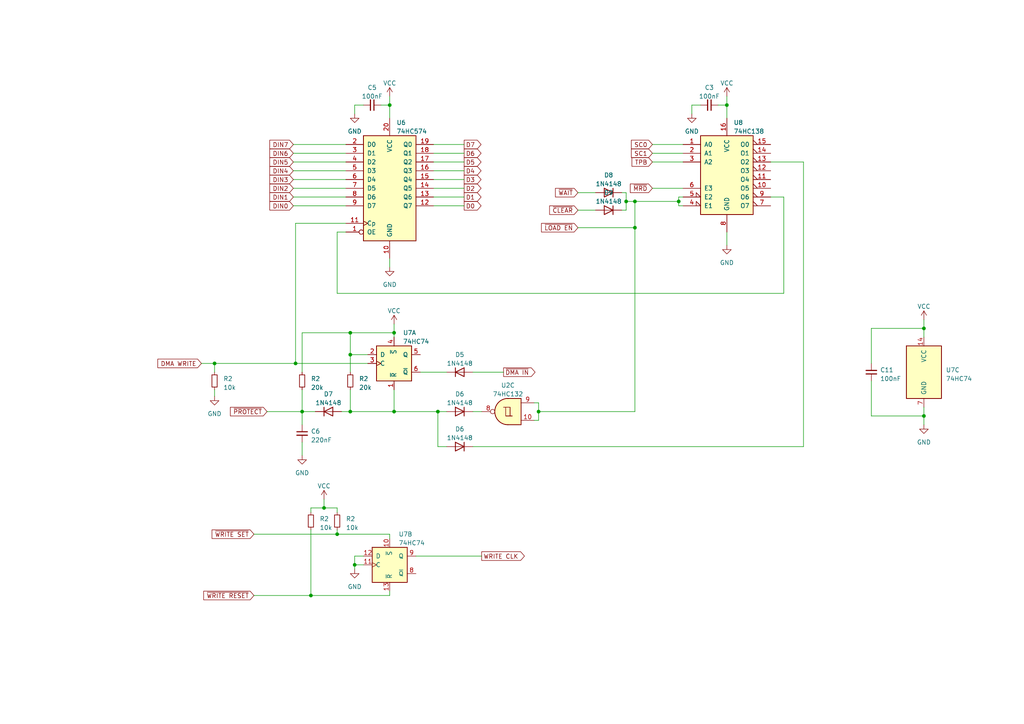
<source format=kicad_sch>
(kicad_sch (version 20230121) (generator eeschema)

  (uuid 4b506474-6359-47b7-bfb5-570d0139336f)

  (paper "A4")

  (title_block
    (title "DMA interface")
    (date "2023-04-25")
    (rev "1")
    (company "ZLED")
  )

  (lib_symbols
    (symbol "74xx:74LS132" (pin_names (offset 1.016)) (in_bom yes) (on_board yes)
      (property "Reference" "U" (at 0 1.27 0)
        (effects (font (size 1.27 1.27)))
      )
      (property "Value" "74LS132" (at 0 -1.27 0)
        (effects (font (size 1.27 1.27)))
      )
      (property "Footprint" "" (at 0 0 0)
        (effects (font (size 1.27 1.27)) hide)
      )
      (property "Datasheet" "http://www.ti.com/lit/gpn/sn74LS132" (at 0 0 0)
        (effects (font (size 1.27 1.27)) hide)
      )
      (property "ki_locked" "" (at 0 0 0)
        (effects (font (size 1.27 1.27)))
      )
      (property "ki_keywords" "TTL Nand2" (at 0 0 0)
        (effects (font (size 1.27 1.27)) hide)
      )
      (property "ki_description" "Quad 2-input NAND Schmitt trigger" (at 0 0 0)
        (effects (font (size 1.27 1.27)) hide)
      )
      (property "ki_fp_filters" "DIP*W7.62mm*" (at 0 0 0)
        (effects (font (size 1.27 1.27)) hide)
      )
      (symbol "74LS132_1_0"
        (polyline
          (pts
            (xy -0.635 -1.27)
            (xy -0.635 1.27)
            (xy 0.635 1.27)
          )
          (stroke (width 0) (type default))
          (fill (type none))
        )
        (polyline
          (pts
            (xy -0.635 -1.27)
            (xy -0.635 1.27)
            (xy 0.635 1.27)
          )
          (stroke (width 0) (type default))
          (fill (type none))
        )
        (polyline
          (pts
            (xy -1.27 -1.27)
            (xy 0.635 -1.27)
            (xy 0.635 1.27)
            (xy 1.27 1.27)
          )
          (stroke (width 0) (type default))
          (fill (type none))
        )
        (polyline
          (pts
            (xy -1.27 -1.27)
            (xy 0.635 -1.27)
            (xy 0.635 1.27)
            (xy 1.27 1.27)
          )
          (stroke (width 0) (type default))
          (fill (type none))
        )
      )
      (symbol "74LS132_1_1"
        (arc (start 0 -3.81) (mid 3.7934 0) (end 0 3.81)
          (stroke (width 0.254) (type default))
          (fill (type background))
        )
        (polyline
          (pts
            (xy 0 3.81)
            (xy -3.81 3.81)
            (xy -3.81 -3.81)
            (xy 0 -3.81)
          )
          (stroke (width 0.254) (type default))
          (fill (type background))
        )
        (pin input line (at -7.62 2.54 0) (length 3.81)
          (name "~" (effects (font (size 1.27 1.27))))
          (number "1" (effects (font (size 1.27 1.27))))
        )
        (pin input line (at -7.62 -2.54 0) (length 3.81)
          (name "~" (effects (font (size 1.27 1.27))))
          (number "2" (effects (font (size 1.27 1.27))))
        )
        (pin output inverted (at 7.62 0 180) (length 3.81)
          (name "~" (effects (font (size 1.27 1.27))))
          (number "3" (effects (font (size 1.27 1.27))))
        )
      )
      (symbol "74LS132_1_2"
        (arc (start -3.81 -3.81) (mid -2.589 0) (end -3.81 3.81)
          (stroke (width 0.254) (type default))
          (fill (type none))
        )
        (arc (start -0.6096 -3.81) (mid 2.1842 -2.5851) (end 3.81 0)
          (stroke (width 0.254) (type default))
          (fill (type background))
        )
        (polyline
          (pts
            (xy -3.81 -3.81)
            (xy -0.635 -3.81)
          )
          (stroke (width 0.254) (type default))
          (fill (type background))
        )
        (polyline
          (pts
            (xy -3.81 3.81)
            (xy -0.635 3.81)
          )
          (stroke (width 0.254) (type default))
          (fill (type background))
        )
        (polyline
          (pts
            (xy -0.635 3.81)
            (xy -3.81 3.81)
            (xy -3.81 3.81)
            (xy -3.556 3.4036)
            (xy -3.0226 2.2606)
            (xy -2.6924 1.0414)
            (xy -2.6162 -0.254)
            (xy -2.7686 -1.4986)
            (xy -3.175 -2.7178)
            (xy -3.81 -3.81)
            (xy -3.81 -3.81)
            (xy -0.635 -3.81)
          )
          (stroke (width -25.4) (type default))
          (fill (type background))
        )
        (arc (start 3.81 0) (mid 2.1915 2.5936) (end -0.6096 3.81)
          (stroke (width 0.254) (type default))
          (fill (type background))
        )
        (pin input inverted (at -7.62 2.54 0) (length 4.318)
          (name "~" (effects (font (size 1.27 1.27))))
          (number "1" (effects (font (size 1.27 1.27))))
        )
        (pin input inverted (at -7.62 -2.54 0) (length 4.318)
          (name "~" (effects (font (size 1.27 1.27))))
          (number "2" (effects (font (size 1.27 1.27))))
        )
        (pin output line (at 7.62 0 180) (length 3.81)
          (name "~" (effects (font (size 1.27 1.27))))
          (number "3" (effects (font (size 1.27 1.27))))
        )
      )
      (symbol "74LS132_2_0"
        (polyline
          (pts
            (xy -0.635 -1.27)
            (xy -0.635 1.27)
            (xy 0.635 1.27)
          )
          (stroke (width 0) (type default))
          (fill (type none))
        )
        (polyline
          (pts
            (xy -0.635 -1.27)
            (xy -0.635 1.27)
            (xy 0.635 1.27)
          )
          (stroke (width 0) (type default))
          (fill (type none))
        )
        (polyline
          (pts
            (xy -1.27 -1.27)
            (xy 0.635 -1.27)
            (xy 0.635 1.27)
            (xy 1.27 1.27)
          )
          (stroke (width 0) (type default))
          (fill (type none))
        )
        (polyline
          (pts
            (xy -1.27 -1.27)
            (xy 0.635 -1.27)
            (xy 0.635 1.27)
            (xy 1.27 1.27)
          )
          (stroke (width 0) (type default))
          (fill (type none))
        )
      )
      (symbol "74LS132_2_1"
        (arc (start 0 -3.81) (mid 3.7934 0) (end 0 3.81)
          (stroke (width 0.254) (type default))
          (fill (type background))
        )
        (polyline
          (pts
            (xy 0 3.81)
            (xy -3.81 3.81)
            (xy -3.81 -3.81)
            (xy 0 -3.81)
          )
          (stroke (width 0.254) (type default))
          (fill (type background))
        )
        (pin input line (at -7.62 2.54 0) (length 3.81)
          (name "~" (effects (font (size 1.27 1.27))))
          (number "4" (effects (font (size 1.27 1.27))))
        )
        (pin input line (at -7.62 -2.54 0) (length 3.81)
          (name "~" (effects (font (size 1.27 1.27))))
          (number "5" (effects (font (size 1.27 1.27))))
        )
        (pin output inverted (at 7.62 0 180) (length 3.81)
          (name "~" (effects (font (size 1.27 1.27))))
          (number "6" (effects (font (size 1.27 1.27))))
        )
      )
      (symbol "74LS132_2_2"
        (arc (start -3.81 -3.81) (mid -2.589 0) (end -3.81 3.81)
          (stroke (width 0.254) (type default))
          (fill (type none))
        )
        (arc (start -0.6096 -3.81) (mid 2.1842 -2.5851) (end 3.81 0)
          (stroke (width 0.254) (type default))
          (fill (type background))
        )
        (polyline
          (pts
            (xy -3.81 -3.81)
            (xy -0.635 -3.81)
          )
          (stroke (width 0.254) (type default))
          (fill (type background))
        )
        (polyline
          (pts
            (xy -3.81 3.81)
            (xy -0.635 3.81)
          )
          (stroke (width 0.254) (type default))
          (fill (type background))
        )
        (polyline
          (pts
            (xy -0.635 3.81)
            (xy -3.81 3.81)
            (xy -3.81 3.81)
            (xy -3.556 3.4036)
            (xy -3.0226 2.2606)
            (xy -2.6924 1.0414)
            (xy -2.6162 -0.254)
            (xy -2.7686 -1.4986)
            (xy -3.175 -2.7178)
            (xy -3.81 -3.81)
            (xy -3.81 -3.81)
            (xy -0.635 -3.81)
          )
          (stroke (width -25.4) (type default))
          (fill (type background))
        )
        (arc (start 3.81 0) (mid 2.1915 2.5936) (end -0.6096 3.81)
          (stroke (width 0.254) (type default))
          (fill (type background))
        )
        (pin input inverted (at -7.62 2.54 0) (length 4.318)
          (name "~" (effects (font (size 1.27 1.27))))
          (number "4" (effects (font (size 1.27 1.27))))
        )
        (pin input inverted (at -7.62 -2.54 0) (length 4.318)
          (name "~" (effects (font (size 1.27 1.27))))
          (number "5" (effects (font (size 1.27 1.27))))
        )
        (pin output line (at 7.62 0 180) (length 3.81)
          (name "~" (effects (font (size 1.27 1.27))))
          (number "6" (effects (font (size 1.27 1.27))))
        )
      )
      (symbol "74LS132_3_0"
        (polyline
          (pts
            (xy -0.635 -1.27)
            (xy -0.635 1.27)
            (xy 0.635 1.27)
          )
          (stroke (width 0) (type default))
          (fill (type none))
        )
        (polyline
          (pts
            (xy -0.635 -1.27)
            (xy -0.635 1.27)
            (xy 0.635 1.27)
          )
          (stroke (width 0) (type default))
          (fill (type none))
        )
        (polyline
          (pts
            (xy -1.27 -1.27)
            (xy 0.635 -1.27)
            (xy 0.635 1.27)
            (xy 1.27 1.27)
          )
          (stroke (width 0) (type default))
          (fill (type none))
        )
        (polyline
          (pts
            (xy -1.27 -1.27)
            (xy 0.635 -1.27)
            (xy 0.635 1.27)
            (xy 1.27 1.27)
          )
          (stroke (width 0) (type default))
          (fill (type none))
        )
      )
      (symbol "74LS132_3_1"
        (arc (start 0 -3.81) (mid 3.7934 0) (end 0 3.81)
          (stroke (width 0.254) (type default))
          (fill (type background))
        )
        (polyline
          (pts
            (xy 0 3.81)
            (xy -3.81 3.81)
            (xy -3.81 -3.81)
            (xy 0 -3.81)
          )
          (stroke (width 0.254) (type default))
          (fill (type background))
        )
        (pin input line (at -7.62 -2.54 0) (length 3.81)
          (name "~" (effects (font (size 1.27 1.27))))
          (number "10" (effects (font (size 1.27 1.27))))
        )
        (pin output inverted (at 7.62 0 180) (length 3.81)
          (name "~" (effects (font (size 1.27 1.27))))
          (number "8" (effects (font (size 1.27 1.27))))
        )
        (pin input line (at -7.62 2.54 0) (length 3.81)
          (name "~" (effects (font (size 1.27 1.27))))
          (number "9" (effects (font (size 1.27 1.27))))
        )
      )
      (symbol "74LS132_3_2"
        (arc (start -3.81 -3.81) (mid -2.589 0) (end -3.81 3.81)
          (stroke (width 0.254) (type default))
          (fill (type none))
        )
        (arc (start -0.6096 -3.81) (mid 2.1842 -2.5851) (end 3.81 0)
          (stroke (width 0.254) (type default))
          (fill (type background))
        )
        (polyline
          (pts
            (xy -3.81 -3.81)
            (xy -0.635 -3.81)
          )
          (stroke (width 0.254) (type default))
          (fill (type background))
        )
        (polyline
          (pts
            (xy -3.81 3.81)
            (xy -0.635 3.81)
          )
          (stroke (width 0.254) (type default))
          (fill (type background))
        )
        (polyline
          (pts
            (xy -0.635 3.81)
            (xy -3.81 3.81)
            (xy -3.81 3.81)
            (xy -3.556 3.4036)
            (xy -3.0226 2.2606)
            (xy -2.6924 1.0414)
            (xy -2.6162 -0.254)
            (xy -2.7686 -1.4986)
            (xy -3.175 -2.7178)
            (xy -3.81 -3.81)
            (xy -3.81 -3.81)
            (xy -0.635 -3.81)
          )
          (stroke (width -25.4) (type default))
          (fill (type background))
        )
        (arc (start 3.81 0) (mid 2.1915 2.5936) (end -0.6096 3.81)
          (stroke (width 0.254) (type default))
          (fill (type background))
        )
        (pin input inverted (at -7.62 -2.54 0) (length 4.318)
          (name "~" (effects (font (size 1.27 1.27))))
          (number "10" (effects (font (size 1.27 1.27))))
        )
        (pin output line (at 7.62 0 180) (length 3.81)
          (name "~" (effects (font (size 1.27 1.27))))
          (number "8" (effects (font (size 1.27 1.27))))
        )
        (pin input inverted (at -7.62 2.54 0) (length 4.318)
          (name "~" (effects (font (size 1.27 1.27))))
          (number "9" (effects (font (size 1.27 1.27))))
        )
      )
      (symbol "74LS132_4_0"
        (polyline
          (pts
            (xy -0.635 -1.27)
            (xy -0.635 1.27)
            (xy 0.635 1.27)
          )
          (stroke (width 0) (type default))
          (fill (type none))
        )
        (polyline
          (pts
            (xy -0.635 -1.27)
            (xy -0.635 1.27)
            (xy 0.635 1.27)
          )
          (stroke (width 0) (type default))
          (fill (type none))
        )
        (polyline
          (pts
            (xy -1.27 -1.27)
            (xy 0.635 -1.27)
            (xy 0.635 1.27)
            (xy 1.27 1.27)
          )
          (stroke (width 0) (type default))
          (fill (type none))
        )
        (polyline
          (pts
            (xy -1.27 -1.27)
            (xy 0.635 -1.27)
            (xy 0.635 1.27)
            (xy 1.27 1.27)
          )
          (stroke (width 0) (type default))
          (fill (type none))
        )
      )
      (symbol "74LS132_4_1"
        (arc (start 0 -3.81) (mid 3.7934 0) (end 0 3.81)
          (stroke (width 0.254) (type default))
          (fill (type background))
        )
        (polyline
          (pts
            (xy 0 3.81)
            (xy -3.81 3.81)
            (xy -3.81 -3.81)
            (xy 0 -3.81)
          )
          (stroke (width 0.254) (type default))
          (fill (type background))
        )
        (pin output inverted (at 7.62 0 180) (length 3.81)
          (name "~" (effects (font (size 1.27 1.27))))
          (number "11" (effects (font (size 1.27 1.27))))
        )
        (pin input line (at -7.62 2.54 0) (length 3.81)
          (name "~" (effects (font (size 1.27 1.27))))
          (number "12" (effects (font (size 1.27 1.27))))
        )
        (pin input line (at -7.62 -2.54 0) (length 3.81)
          (name "~" (effects (font (size 1.27 1.27))))
          (number "13" (effects (font (size 1.27 1.27))))
        )
      )
      (symbol "74LS132_4_2"
        (arc (start -3.81 -3.81) (mid -2.589 0) (end -3.81 3.81)
          (stroke (width 0.254) (type default))
          (fill (type none))
        )
        (arc (start -0.6096 -3.81) (mid 2.1842 -2.5851) (end 3.81 0)
          (stroke (width 0.254) (type default))
          (fill (type background))
        )
        (polyline
          (pts
            (xy -3.81 -3.81)
            (xy -0.635 -3.81)
          )
          (stroke (width 0.254) (type default))
          (fill (type background))
        )
        (polyline
          (pts
            (xy -3.81 3.81)
            (xy -0.635 3.81)
          )
          (stroke (width 0.254) (type default))
          (fill (type background))
        )
        (polyline
          (pts
            (xy -0.635 3.81)
            (xy -3.81 3.81)
            (xy -3.81 3.81)
            (xy -3.556 3.4036)
            (xy -3.0226 2.2606)
            (xy -2.6924 1.0414)
            (xy -2.6162 -0.254)
            (xy -2.7686 -1.4986)
            (xy -3.175 -2.7178)
            (xy -3.81 -3.81)
            (xy -3.81 -3.81)
            (xy -0.635 -3.81)
          )
          (stroke (width -25.4) (type default))
          (fill (type background))
        )
        (arc (start 3.81 0) (mid 2.1915 2.5936) (end -0.6096 3.81)
          (stroke (width 0.254) (type default))
          (fill (type background))
        )
        (pin output line (at 7.62 0 180) (length 3.81)
          (name "~" (effects (font (size 1.27 1.27))))
          (number "11" (effects (font (size 1.27 1.27))))
        )
        (pin input inverted (at -7.62 2.54 0) (length 4.318)
          (name "~" (effects (font (size 1.27 1.27))))
          (number "12" (effects (font (size 1.27 1.27))))
        )
        (pin input inverted (at -7.62 -2.54 0) (length 4.318)
          (name "~" (effects (font (size 1.27 1.27))))
          (number "13" (effects (font (size 1.27 1.27))))
        )
      )
      (symbol "74LS132_5_0"
        (pin power_in line (at 0 12.7 270) (length 5.08)
          (name "VCC" (effects (font (size 1.27 1.27))))
          (number "14" (effects (font (size 1.27 1.27))))
        )
        (pin power_in line (at 0 -12.7 90) (length 5.08)
          (name "GND" (effects (font (size 1.27 1.27))))
          (number "7" (effects (font (size 1.27 1.27))))
        )
      )
      (symbol "74LS132_5_1"
        (rectangle (start -5.08 7.62) (end 5.08 -7.62)
          (stroke (width 0.254) (type default))
          (fill (type background))
        )
      )
    )
    (symbol "74xx:74LS138" (pin_names (offset 1.016)) (in_bom yes) (on_board yes)
      (property "Reference" "U" (at -7.62 11.43 0)
        (effects (font (size 1.27 1.27)))
      )
      (property "Value" "74LS138" (at -7.62 -13.97 0)
        (effects (font (size 1.27 1.27)))
      )
      (property "Footprint" "" (at 0 0 0)
        (effects (font (size 1.27 1.27)) hide)
      )
      (property "Datasheet" "http://www.ti.com/lit/gpn/sn74LS138" (at 0 0 0)
        (effects (font (size 1.27 1.27)) hide)
      )
      (property "ki_locked" "" (at 0 0 0)
        (effects (font (size 1.27 1.27)))
      )
      (property "ki_keywords" "TTL DECOD DECOD8" (at 0 0 0)
        (effects (font (size 1.27 1.27)) hide)
      )
      (property "ki_description" "Decoder 3 to 8 active low outputs" (at 0 0 0)
        (effects (font (size 1.27 1.27)) hide)
      )
      (property "ki_fp_filters" "DIP?16*" (at 0 0 0)
        (effects (font (size 1.27 1.27)) hide)
      )
      (symbol "74LS138_1_0"
        (pin input line (at -12.7 7.62 0) (length 5.08)
          (name "A0" (effects (font (size 1.27 1.27))))
          (number "1" (effects (font (size 1.27 1.27))))
        )
        (pin output output_low (at 12.7 -5.08 180) (length 5.08)
          (name "O5" (effects (font (size 1.27 1.27))))
          (number "10" (effects (font (size 1.27 1.27))))
        )
        (pin output output_low (at 12.7 -2.54 180) (length 5.08)
          (name "O4" (effects (font (size 1.27 1.27))))
          (number "11" (effects (font (size 1.27 1.27))))
        )
        (pin output output_low (at 12.7 0 180) (length 5.08)
          (name "O3" (effects (font (size 1.27 1.27))))
          (number "12" (effects (font (size 1.27 1.27))))
        )
        (pin output output_low (at 12.7 2.54 180) (length 5.08)
          (name "O2" (effects (font (size 1.27 1.27))))
          (number "13" (effects (font (size 1.27 1.27))))
        )
        (pin output output_low (at 12.7 5.08 180) (length 5.08)
          (name "O1" (effects (font (size 1.27 1.27))))
          (number "14" (effects (font (size 1.27 1.27))))
        )
        (pin output output_low (at 12.7 7.62 180) (length 5.08)
          (name "O0" (effects (font (size 1.27 1.27))))
          (number "15" (effects (font (size 1.27 1.27))))
        )
        (pin power_in line (at 0 15.24 270) (length 5.08)
          (name "VCC" (effects (font (size 1.27 1.27))))
          (number "16" (effects (font (size 1.27 1.27))))
        )
        (pin input line (at -12.7 5.08 0) (length 5.08)
          (name "A1" (effects (font (size 1.27 1.27))))
          (number "2" (effects (font (size 1.27 1.27))))
        )
        (pin input line (at -12.7 2.54 0) (length 5.08)
          (name "A2" (effects (font (size 1.27 1.27))))
          (number "3" (effects (font (size 1.27 1.27))))
        )
        (pin input input_low (at -12.7 -10.16 0) (length 5.08)
          (name "E1" (effects (font (size 1.27 1.27))))
          (number "4" (effects (font (size 1.27 1.27))))
        )
        (pin input input_low (at -12.7 -7.62 0) (length 5.08)
          (name "E2" (effects (font (size 1.27 1.27))))
          (number "5" (effects (font (size 1.27 1.27))))
        )
        (pin input line (at -12.7 -5.08 0) (length 5.08)
          (name "E3" (effects (font (size 1.27 1.27))))
          (number "6" (effects (font (size 1.27 1.27))))
        )
        (pin output output_low (at 12.7 -10.16 180) (length 5.08)
          (name "O7" (effects (font (size 1.27 1.27))))
          (number "7" (effects (font (size 1.27 1.27))))
        )
        (pin power_in line (at 0 -17.78 90) (length 5.08)
          (name "GND" (effects (font (size 1.27 1.27))))
          (number "8" (effects (font (size 1.27 1.27))))
        )
        (pin output output_low (at 12.7 -7.62 180) (length 5.08)
          (name "O6" (effects (font (size 1.27 1.27))))
          (number "9" (effects (font (size 1.27 1.27))))
        )
      )
      (symbol "74LS138_1_1"
        (rectangle (start -7.62 10.16) (end 7.62 -12.7)
          (stroke (width 0.254) (type default))
          (fill (type background))
        )
      )
    )
    (symbol "74xx:74LS574" (pin_names (offset 1.016)) (in_bom yes) (on_board yes)
      (property "Reference" "U" (at -7.62 16.51 0)
        (effects (font (size 1.27 1.27)))
      )
      (property "Value" "74LS574" (at -7.62 -16.51 0)
        (effects (font (size 1.27 1.27)))
      )
      (property "Footprint" "" (at 0 0 0)
        (effects (font (size 1.27 1.27)) hide)
      )
      (property "Datasheet" "http://www.ti.com/lit/gpn/sn74LS574" (at 0 0 0)
        (effects (font (size 1.27 1.27)) hide)
      )
      (property "ki_locked" "" (at 0 0 0)
        (effects (font (size 1.27 1.27)))
      )
      (property "ki_keywords" "TTL REG DFF DFF8 3State" (at 0 0 0)
        (effects (font (size 1.27 1.27)) hide)
      )
      (property "ki_description" "8-bit Register, 3-state outputs" (at 0 0 0)
        (effects (font (size 1.27 1.27)) hide)
      )
      (property "ki_fp_filters" "DIP?20*" (at 0 0 0)
        (effects (font (size 1.27 1.27)) hide)
      )
      (symbol "74LS574_1_0"
        (pin input inverted (at -12.7 -12.7 0) (length 5.08)
          (name "OE" (effects (font (size 1.27 1.27))))
          (number "1" (effects (font (size 1.27 1.27))))
        )
        (pin power_in line (at 0 -20.32 90) (length 5.08)
          (name "GND" (effects (font (size 1.27 1.27))))
          (number "10" (effects (font (size 1.27 1.27))))
        )
        (pin input clock (at -12.7 -10.16 0) (length 5.08)
          (name "Cp" (effects (font (size 1.27 1.27))))
          (number "11" (effects (font (size 1.27 1.27))))
        )
        (pin tri_state line (at 12.7 -5.08 180) (length 5.08)
          (name "Q7" (effects (font (size 1.27 1.27))))
          (number "12" (effects (font (size 1.27 1.27))))
        )
        (pin tri_state line (at 12.7 -2.54 180) (length 5.08)
          (name "Q6" (effects (font (size 1.27 1.27))))
          (number "13" (effects (font (size 1.27 1.27))))
        )
        (pin tri_state line (at 12.7 0 180) (length 5.08)
          (name "Q5" (effects (font (size 1.27 1.27))))
          (number "14" (effects (font (size 1.27 1.27))))
        )
        (pin tri_state line (at 12.7 2.54 180) (length 5.08)
          (name "Q4" (effects (font (size 1.27 1.27))))
          (number "15" (effects (font (size 1.27 1.27))))
        )
        (pin tri_state line (at 12.7 5.08 180) (length 5.08)
          (name "Q3" (effects (font (size 1.27 1.27))))
          (number "16" (effects (font (size 1.27 1.27))))
        )
        (pin tri_state line (at 12.7 7.62 180) (length 5.08)
          (name "Q2" (effects (font (size 1.27 1.27))))
          (number "17" (effects (font (size 1.27 1.27))))
        )
        (pin tri_state line (at 12.7 10.16 180) (length 5.08)
          (name "Q1" (effects (font (size 1.27 1.27))))
          (number "18" (effects (font (size 1.27 1.27))))
        )
        (pin tri_state line (at 12.7 12.7 180) (length 5.08)
          (name "Q0" (effects (font (size 1.27 1.27))))
          (number "19" (effects (font (size 1.27 1.27))))
        )
        (pin input line (at -12.7 12.7 0) (length 5.08)
          (name "D0" (effects (font (size 1.27 1.27))))
          (number "2" (effects (font (size 1.27 1.27))))
        )
        (pin power_in line (at 0 20.32 270) (length 5.08)
          (name "VCC" (effects (font (size 1.27 1.27))))
          (number "20" (effects (font (size 1.27 1.27))))
        )
        (pin input line (at -12.7 10.16 0) (length 5.08)
          (name "D1" (effects (font (size 1.27 1.27))))
          (number "3" (effects (font (size 1.27 1.27))))
        )
        (pin input line (at -12.7 7.62 0) (length 5.08)
          (name "D2" (effects (font (size 1.27 1.27))))
          (number "4" (effects (font (size 1.27 1.27))))
        )
        (pin input line (at -12.7 5.08 0) (length 5.08)
          (name "D3" (effects (font (size 1.27 1.27))))
          (number "5" (effects (font (size 1.27 1.27))))
        )
        (pin input line (at -12.7 2.54 0) (length 5.08)
          (name "D4" (effects (font (size 1.27 1.27))))
          (number "6" (effects (font (size 1.27 1.27))))
        )
        (pin input line (at -12.7 0 0) (length 5.08)
          (name "D5" (effects (font (size 1.27 1.27))))
          (number "7" (effects (font (size 1.27 1.27))))
        )
        (pin input line (at -12.7 -2.54 0) (length 5.08)
          (name "D6" (effects (font (size 1.27 1.27))))
          (number "8" (effects (font (size 1.27 1.27))))
        )
        (pin input line (at -12.7 -5.08 0) (length 5.08)
          (name "D7" (effects (font (size 1.27 1.27))))
          (number "9" (effects (font (size 1.27 1.27))))
        )
      )
      (symbol "74LS574_1_1"
        (rectangle (start -7.62 15.24) (end 7.62 -15.24)
          (stroke (width 0.254) (type default))
          (fill (type background))
        )
      )
    )
    (symbol "74xx:74LS74" (pin_names (offset 1.016)) (in_bom yes) (on_board yes)
      (property "Reference" "U" (at -7.62 8.89 0)
        (effects (font (size 1.27 1.27)))
      )
      (property "Value" "74LS74" (at -7.62 -8.89 0)
        (effects (font (size 1.27 1.27)))
      )
      (property "Footprint" "" (at 0 0 0)
        (effects (font (size 1.27 1.27)) hide)
      )
      (property "Datasheet" "74xx/74hc_hct74.pdf" (at 0 0 0)
        (effects (font (size 1.27 1.27)) hide)
      )
      (property "ki_locked" "" (at 0 0 0)
        (effects (font (size 1.27 1.27)))
      )
      (property "ki_keywords" "TTL DFF" (at 0 0 0)
        (effects (font (size 1.27 1.27)) hide)
      )
      (property "ki_description" "Dual D Flip-flop, Set & Reset" (at 0 0 0)
        (effects (font (size 1.27 1.27)) hide)
      )
      (property "ki_fp_filters" "DIP*W7.62mm*" (at 0 0 0)
        (effects (font (size 1.27 1.27)) hide)
      )
      (symbol "74LS74_1_0"
        (pin input line (at 0 -7.62 90) (length 2.54)
          (name "~{R}" (effects (font (size 1.27 1.27))))
          (number "1" (effects (font (size 1.27 1.27))))
        )
        (pin input line (at -7.62 2.54 0) (length 2.54)
          (name "D" (effects (font (size 1.27 1.27))))
          (number "2" (effects (font (size 1.27 1.27))))
        )
        (pin input clock (at -7.62 0 0) (length 2.54)
          (name "C" (effects (font (size 1.27 1.27))))
          (number "3" (effects (font (size 1.27 1.27))))
        )
        (pin input line (at 0 7.62 270) (length 2.54)
          (name "~{S}" (effects (font (size 1.27 1.27))))
          (number "4" (effects (font (size 1.27 1.27))))
        )
        (pin output line (at 7.62 2.54 180) (length 2.54)
          (name "Q" (effects (font (size 1.27 1.27))))
          (number "5" (effects (font (size 1.27 1.27))))
        )
        (pin output line (at 7.62 -2.54 180) (length 2.54)
          (name "~{Q}" (effects (font (size 1.27 1.27))))
          (number "6" (effects (font (size 1.27 1.27))))
        )
      )
      (symbol "74LS74_1_1"
        (rectangle (start -5.08 5.08) (end 5.08 -5.08)
          (stroke (width 0.254) (type default))
          (fill (type background))
        )
      )
      (symbol "74LS74_2_0"
        (pin input line (at 0 7.62 270) (length 2.54)
          (name "~{S}" (effects (font (size 1.27 1.27))))
          (number "10" (effects (font (size 1.27 1.27))))
        )
        (pin input clock (at -7.62 0 0) (length 2.54)
          (name "C" (effects (font (size 1.27 1.27))))
          (number "11" (effects (font (size 1.27 1.27))))
        )
        (pin input line (at -7.62 2.54 0) (length 2.54)
          (name "D" (effects (font (size 1.27 1.27))))
          (number "12" (effects (font (size 1.27 1.27))))
        )
        (pin input line (at 0 -7.62 90) (length 2.54)
          (name "~{R}" (effects (font (size 1.27 1.27))))
          (number "13" (effects (font (size 1.27 1.27))))
        )
        (pin output line (at 7.62 -2.54 180) (length 2.54)
          (name "~{Q}" (effects (font (size 1.27 1.27))))
          (number "8" (effects (font (size 1.27 1.27))))
        )
        (pin output line (at 7.62 2.54 180) (length 2.54)
          (name "Q" (effects (font (size 1.27 1.27))))
          (number "9" (effects (font (size 1.27 1.27))))
        )
      )
      (symbol "74LS74_2_1"
        (rectangle (start -5.08 5.08) (end 5.08 -5.08)
          (stroke (width 0.254) (type default))
          (fill (type background))
        )
      )
      (symbol "74LS74_3_0"
        (pin power_in line (at 0 10.16 270) (length 2.54)
          (name "VCC" (effects (font (size 1.27 1.27))))
          (number "14" (effects (font (size 1.27 1.27))))
        )
        (pin power_in line (at 0 -10.16 90) (length 2.54)
          (name "GND" (effects (font (size 1.27 1.27))))
          (number "7" (effects (font (size 1.27 1.27))))
        )
      )
      (symbol "74LS74_3_1"
        (rectangle (start -5.08 7.62) (end 5.08 -7.62)
          (stroke (width 0.254) (type default))
          (fill (type background))
        )
      )
    )
    (symbol "Device:C_Small" (pin_numbers hide) (pin_names (offset 0.254) hide) (in_bom yes) (on_board yes)
      (property "Reference" "C" (at 0.254 1.778 0)
        (effects (font (size 1.27 1.27)) (justify left))
      )
      (property "Value" "C_Small" (at 0.254 -2.032 0)
        (effects (font (size 1.27 1.27)) (justify left))
      )
      (property "Footprint" "" (at 0 0 0)
        (effects (font (size 1.27 1.27)) hide)
      )
      (property "Datasheet" "~" (at 0 0 0)
        (effects (font (size 1.27 1.27)) hide)
      )
      (property "ki_keywords" "capacitor cap" (at 0 0 0)
        (effects (font (size 1.27 1.27)) hide)
      )
      (property "ki_description" "Unpolarized capacitor, small symbol" (at 0 0 0)
        (effects (font (size 1.27 1.27)) hide)
      )
      (property "ki_fp_filters" "C_*" (at 0 0 0)
        (effects (font (size 1.27 1.27)) hide)
      )
      (symbol "C_Small_0_1"
        (polyline
          (pts
            (xy -1.524 -0.508)
            (xy 1.524 -0.508)
          )
          (stroke (width 0.3302) (type default))
          (fill (type none))
        )
        (polyline
          (pts
            (xy -1.524 0.508)
            (xy 1.524 0.508)
          )
          (stroke (width 0.3048) (type default))
          (fill (type none))
        )
      )
      (symbol "C_Small_1_1"
        (pin passive line (at 0 2.54 270) (length 2.032)
          (name "~" (effects (font (size 1.27 1.27))))
          (number "1" (effects (font (size 1.27 1.27))))
        )
        (pin passive line (at 0 -2.54 90) (length 2.032)
          (name "~" (effects (font (size 1.27 1.27))))
          (number "2" (effects (font (size 1.27 1.27))))
        )
      )
    )
    (symbol "Device:R_Small" (pin_numbers hide) (pin_names (offset 0.254) hide) (in_bom yes) (on_board yes)
      (property "Reference" "R" (at 0.762 0.508 0)
        (effects (font (size 1.27 1.27)) (justify left))
      )
      (property "Value" "R_Small" (at 0.762 -1.016 0)
        (effects (font (size 1.27 1.27)) (justify left))
      )
      (property "Footprint" "" (at 0 0 0)
        (effects (font (size 1.27 1.27)) hide)
      )
      (property "Datasheet" "~" (at 0 0 0)
        (effects (font (size 1.27 1.27)) hide)
      )
      (property "ki_keywords" "R resistor" (at 0 0 0)
        (effects (font (size 1.27 1.27)) hide)
      )
      (property "ki_description" "Resistor, small symbol" (at 0 0 0)
        (effects (font (size 1.27 1.27)) hide)
      )
      (property "ki_fp_filters" "R_*" (at 0 0 0)
        (effects (font (size 1.27 1.27)) hide)
      )
      (symbol "R_Small_0_1"
        (rectangle (start -0.762 1.778) (end 0.762 -1.778)
          (stroke (width 0.2032) (type default))
          (fill (type none))
        )
      )
      (symbol "R_Small_1_1"
        (pin passive line (at 0 2.54 270) (length 0.762)
          (name "~" (effects (font (size 1.27 1.27))))
          (number "1" (effects (font (size 1.27 1.27))))
        )
        (pin passive line (at 0 -2.54 90) (length 0.762)
          (name "~" (effects (font (size 1.27 1.27))))
          (number "2" (effects (font (size 1.27 1.27))))
        )
      )
    )
    (symbol "Diode:1N4148" (pin_numbers hide) (pin_names hide) (in_bom yes) (on_board yes)
      (property "Reference" "D" (at 0 2.54 0)
        (effects (font (size 1.27 1.27)))
      )
      (property "Value" "1N4148" (at 0 -2.54 0)
        (effects (font (size 1.27 1.27)))
      )
      (property "Footprint" "Diode_THT:D_DO-35_SOD27_P7.62mm_Horizontal" (at 0 0 0)
        (effects (font (size 1.27 1.27)) hide)
      )
      (property "Datasheet" "https://assets.nexperia.com/documents/data-sheet/1N4148_1N4448.pdf" (at 0 0 0)
        (effects (font (size 1.27 1.27)) hide)
      )
      (property "Sim.Device" "D" (at 0 0 0)
        (effects (font (size 1.27 1.27)) hide)
      )
      (property "Sim.Pins" "1=K 2=A" (at 0 0 0)
        (effects (font (size 1.27 1.27)) hide)
      )
      (property "ki_keywords" "diode" (at 0 0 0)
        (effects (font (size 1.27 1.27)) hide)
      )
      (property "ki_description" "100V 0.15A standard switching diode, DO-35" (at 0 0 0)
        (effects (font (size 1.27 1.27)) hide)
      )
      (property "ki_fp_filters" "D*DO?35*" (at 0 0 0)
        (effects (font (size 1.27 1.27)) hide)
      )
      (symbol "1N4148_0_1"
        (polyline
          (pts
            (xy -1.27 1.27)
            (xy -1.27 -1.27)
          )
          (stroke (width 0.254) (type default))
          (fill (type none))
        )
        (polyline
          (pts
            (xy 1.27 0)
            (xy -1.27 0)
          )
          (stroke (width 0) (type default))
          (fill (type none))
        )
        (polyline
          (pts
            (xy 1.27 1.27)
            (xy 1.27 -1.27)
            (xy -1.27 0)
            (xy 1.27 1.27)
          )
          (stroke (width 0.254) (type default))
          (fill (type none))
        )
      )
      (symbol "1N4148_1_1"
        (pin passive line (at -3.81 0 0) (length 2.54)
          (name "K" (effects (font (size 1.27 1.27))))
          (number "1" (effects (font (size 1.27 1.27))))
        )
        (pin passive line (at 3.81 0 180) (length 2.54)
          (name "A" (effects (font (size 1.27 1.27))))
          (number "2" (effects (font (size 1.27 1.27))))
        )
      )
    )
    (symbol "power:GND" (power) (pin_names (offset 0)) (in_bom yes) (on_board yes)
      (property "Reference" "#PWR" (at 0 -6.35 0)
        (effects (font (size 1.27 1.27)) hide)
      )
      (property "Value" "GND" (at 0 -3.81 0)
        (effects (font (size 1.27 1.27)))
      )
      (property "Footprint" "" (at 0 0 0)
        (effects (font (size 1.27 1.27)) hide)
      )
      (property "Datasheet" "" (at 0 0 0)
        (effects (font (size 1.27 1.27)) hide)
      )
      (property "ki_keywords" "global power" (at 0 0 0)
        (effects (font (size 1.27 1.27)) hide)
      )
      (property "ki_description" "Power symbol creates a global label with name \"GND\" , ground" (at 0 0 0)
        (effects (font (size 1.27 1.27)) hide)
      )
      (symbol "GND_0_1"
        (polyline
          (pts
            (xy 0 0)
            (xy 0 -1.27)
            (xy 1.27 -1.27)
            (xy 0 -2.54)
            (xy -1.27 -1.27)
            (xy 0 -1.27)
          )
          (stroke (width 0) (type default))
          (fill (type none))
        )
      )
      (symbol "GND_1_1"
        (pin power_in line (at 0 0 270) (length 0) hide
          (name "GND" (effects (font (size 1.27 1.27))))
          (number "1" (effects (font (size 1.27 1.27))))
        )
      )
    )
    (symbol "power:VCC" (power) (pin_names (offset 0)) (in_bom yes) (on_board yes)
      (property "Reference" "#PWR" (at 0 -3.81 0)
        (effects (font (size 1.27 1.27)) hide)
      )
      (property "Value" "VCC" (at 0 3.81 0)
        (effects (font (size 1.27 1.27)))
      )
      (property "Footprint" "" (at 0 0 0)
        (effects (font (size 1.27 1.27)) hide)
      )
      (property "Datasheet" "" (at 0 0 0)
        (effects (font (size 1.27 1.27)) hide)
      )
      (property "ki_keywords" "global power" (at 0 0 0)
        (effects (font (size 1.27 1.27)) hide)
      )
      (property "ki_description" "Power symbol creates a global label with name \"VCC\"" (at 0 0 0)
        (effects (font (size 1.27 1.27)) hide)
      )
      (symbol "VCC_0_1"
        (polyline
          (pts
            (xy -0.762 1.27)
            (xy 0 2.54)
          )
          (stroke (width 0) (type default))
          (fill (type none))
        )
        (polyline
          (pts
            (xy 0 0)
            (xy 0 2.54)
          )
          (stroke (width 0) (type default))
          (fill (type none))
        )
        (polyline
          (pts
            (xy 0 2.54)
            (xy 0.762 1.27)
          )
          (stroke (width 0) (type default))
          (fill (type none))
        )
      )
      (symbol "VCC_1_1"
        (pin power_in line (at 0 0 90) (length 0) hide
          (name "VCC" (effects (font (size 1.27 1.27))))
          (number "1" (effects (font (size 1.27 1.27))))
        )
      )
    )
  )

  (junction (at 127 119.38) (diameter 0) (color 0 0 0 0)
    (uuid 0a30a50c-7ea8-4b32-93b6-1fd91070c860)
  )
  (junction (at 156.21 119.38) (diameter 0) (color 0 0 0 0)
    (uuid 11674314-faf4-4531-9563-ac6acf15a0dd)
  )
  (junction (at 114.3 119.38) (diameter 0) (color 0 0 0 0)
    (uuid 22b2cfae-d2c4-48de-a6c2-ad2af848b04d)
  )
  (junction (at 62.23 105.41) (diameter 0) (color 0 0 0 0)
    (uuid 3c63dd9f-0b65-402b-9d29-aaf88402fc41)
  )
  (junction (at 102.87 163.83) (diameter 0) (color 0 0 0 0)
    (uuid 469ade52-6cc1-43da-a9a9-d71581d53d63)
  )
  (junction (at 101.6 102.87) (diameter 0) (color 0 0 0 0)
    (uuid 70a77e98-35b5-47bc-a45a-635bdcbf3ce3)
  )
  (junction (at 113.03 30.48) (diameter 0) (color 0 0 0 0)
    (uuid 70b6122a-aecb-4a56-9d66-faa9c22d1ff0)
  )
  (junction (at 101.6 119.38) (diameter 0) (color 0 0 0 0)
    (uuid 72aec499-0833-4f67-8c0a-446eda2b6c57)
  )
  (junction (at 267.97 95.25) (diameter 0) (color 0 0 0 0)
    (uuid 73094a96-4b6f-4f4b-a5e5-579778f62e0e)
  )
  (junction (at 87.63 119.38) (diameter 0) (color 0 0 0 0)
    (uuid 88bdf0ed-5f6c-45d7-b9af-fef8c0e78814)
  )
  (junction (at 90.17 172.72) (diameter 0) (color 0 0 0 0)
    (uuid 93e26deb-7acc-49b0-84cc-a6bffd9cda22)
  )
  (junction (at 184.15 66.04) (diameter 0) (color 0 0 0 0)
    (uuid 94726b0c-205f-491d-84da-8d8b9a96ca98)
  )
  (junction (at 97.79 154.94) (diameter 0) (color 0 0 0 0)
    (uuid 9a67ef9b-63af-4599-8e63-1ce87db3ec0f)
  )
  (junction (at 196.85 58.42) (diameter 0) (color 0 0 0 0)
    (uuid af0c3bf1-9d36-4197-a3d6-719a7b787a48)
  )
  (junction (at 210.82 30.48) (diameter 0) (color 0 0 0 0)
    (uuid b6218fae-e059-44c6-9dfc-3b6f55804b25)
  )
  (junction (at 85.725 105.41) (diameter 0) (color 0 0 0 0)
    (uuid c9dd5786-797f-4b33-ae16-610515c9fd20)
  )
  (junction (at 114.3 96.52) (diameter 0) (color 0 0 0 0)
    (uuid cb3ce5f0-f041-4384-9e49-c7671f9e417f)
  )
  (junction (at 184.15 58.42) (diameter 0) (color 0 0 0 0)
    (uuid cd1d91b6-0a00-4e97-aa60-ad0bd1a376d2)
  )
  (junction (at 93.98 147.32) (diameter 0) (color 0 0 0 0)
    (uuid d1009e8d-0569-4983-8559-c98612fd1c0f)
  )
  (junction (at 101.6 96.52) (diameter 0) (color 0 0 0 0)
    (uuid d9254265-121b-4032-9514-0e96639dbfc5)
  )
  (junction (at 181.61 58.42) (diameter 0) (color 0 0 0 0)
    (uuid de74c400-4a02-4936-b42f-16d434d97050)
  )
  (junction (at 267.97 120.65) (diameter 0) (color 0 0 0 0)
    (uuid f5b039bf-b3b6-4605-8b7a-788190613839)
  )

  (wire (pts (xy 93.98 147.32) (xy 97.79 147.32))
    (stroke (width 0) (type default))
    (uuid 00ea24e2-fc56-4fdb-98cf-10fbef125c64)
  )
  (wire (pts (xy 267.97 118.11) (xy 267.97 120.65))
    (stroke (width 0) (type default))
    (uuid 031d4308-8f3e-4da0-b0a0-507387025c0a)
  )
  (wire (pts (xy 252.73 95.25) (xy 267.97 95.25))
    (stroke (width 0) (type default))
    (uuid 0677b2d2-2925-47a9-a68e-384ede8fd96d)
  )
  (wire (pts (xy 97.79 154.94) (xy 113.03 154.94))
    (stroke (width 0) (type default))
    (uuid 06d92cfa-dd81-43ee-a17f-4c803db8355b)
  )
  (wire (pts (xy 137.16 119.38) (xy 139.7 119.38))
    (stroke (width 0) (type default))
    (uuid 0884d22a-afa6-431c-8dd7-7819d5c0a2ec)
  )
  (wire (pts (xy 90.17 172.72) (xy 113.03 172.72))
    (stroke (width 0) (type default))
    (uuid 0a9d82b4-8444-44ed-8a42-2597daacf21c)
  )
  (wire (pts (xy 58.42 105.41) (xy 62.23 105.41))
    (stroke (width 0) (type default))
    (uuid 0c82b347-479b-4ee4-a580-2c1fccc52d6e)
  )
  (wire (pts (xy 184.15 66.04) (xy 184.15 119.38))
    (stroke (width 0) (type default))
    (uuid 0e33a888-168f-4720-b95b-26e7680ecb4e)
  )
  (wire (pts (xy 227.33 57.15) (xy 227.33 85.09))
    (stroke (width 0) (type default))
    (uuid 117d0602-d64f-4178-b7b4-e81b2cac81b2)
  )
  (wire (pts (xy 99.06 119.38) (xy 101.6 119.38))
    (stroke (width 0) (type default))
    (uuid 13e7b670-18d5-4711-a950-998c551d5a7e)
  )
  (wire (pts (xy 121.92 107.95) (xy 129.54 107.95))
    (stroke (width 0) (type default))
    (uuid 18f345ed-7b4c-4556-a3b5-0f1705e6d248)
  )
  (wire (pts (xy 73.66 172.72) (xy 90.17 172.72))
    (stroke (width 0) (type default))
    (uuid 1bbaa556-ba6d-468e-9c78-d8ce03f58c72)
  )
  (wire (pts (xy 267.97 92.71) (xy 267.97 95.25))
    (stroke (width 0) (type default))
    (uuid 201898aa-5339-4364-9fa7-3e4ae3394b9b)
  )
  (wire (pts (xy 102.87 30.48) (xy 105.41 30.48))
    (stroke (width 0) (type default))
    (uuid 2176fca9-5dff-4185-985b-93c898d193bc)
  )
  (wire (pts (xy 62.23 105.41) (xy 62.23 107.95))
    (stroke (width 0) (type default))
    (uuid 2df69601-b040-43b0-9602-68312181fe5e)
  )
  (wire (pts (xy 210.82 67.31) (xy 210.82 71.12))
    (stroke (width 0) (type default))
    (uuid 2dfdfa72-9bf0-451b-bf4e-690e794eee0b)
  )
  (wire (pts (xy 87.63 96.52) (xy 101.6 96.52))
    (stroke (width 0) (type default))
    (uuid 2e734761-9277-46de-9c3f-d27ab6181319)
  )
  (wire (pts (xy 113.03 74.93) (xy 113.03 77.47))
    (stroke (width 0) (type default))
    (uuid 2f8dfdeb-7f77-458c-bac1-bc6564c1bea9)
  )
  (wire (pts (xy 125.73 41.91) (xy 134.62 41.91))
    (stroke (width 0) (type default))
    (uuid 315c0cdd-7094-4cff-bfc7-b4628781704d)
  )
  (wire (pts (xy 189.23 54.61) (xy 198.12 54.61))
    (stroke (width 0) (type default))
    (uuid 321cce18-a494-46b4-b4f0-144ef5450de9)
  )
  (wire (pts (xy 85.09 46.99) (xy 100.33 46.99))
    (stroke (width 0) (type default))
    (uuid 3516dd0a-d7ce-4c38-a173-cc800515e6c8)
  )
  (wire (pts (xy 100.33 67.31) (xy 97.79 67.31))
    (stroke (width 0) (type default))
    (uuid 352a9611-4c5b-4df4-b334-026e6e149e64)
  )
  (wire (pts (xy 167.64 66.04) (xy 184.15 66.04))
    (stroke (width 0) (type default))
    (uuid 370391b0-6881-413d-9e86-9b7aed8d9780)
  )
  (wire (pts (xy 129.54 119.38) (xy 127 119.38))
    (stroke (width 0) (type default))
    (uuid 3a20383c-fad1-44ad-82f8-947f15f63119)
  )
  (wire (pts (xy 156.21 121.92) (xy 156.21 119.38))
    (stroke (width 0) (type default))
    (uuid 3b1bb31c-d293-42d9-a3f8-cd7f7bd56557)
  )
  (wire (pts (xy 167.64 60.96) (xy 172.72 60.96))
    (stroke (width 0) (type default))
    (uuid 3cc97d36-6cdb-4234-8e0e-8c6fb5795e3d)
  )
  (wire (pts (xy 77.47 119.38) (xy 87.63 119.38))
    (stroke (width 0) (type default))
    (uuid 432202d6-783c-46b2-b0b0-e4f3e44a0cde)
  )
  (wire (pts (xy 125.73 57.15) (xy 134.62 57.15))
    (stroke (width 0) (type default))
    (uuid 43330976-f6e5-4025-bf8c-a00fe8083b34)
  )
  (wire (pts (xy 113.03 30.48) (xy 113.03 34.29))
    (stroke (width 0) (type default))
    (uuid 440b86b4-1ba8-4289-abb5-8314fc0da141)
  )
  (wire (pts (xy 154.94 121.92) (xy 156.21 121.92))
    (stroke (width 0) (type default))
    (uuid 4ba47a51-2cdb-4885-8e26-b536a265d8f6)
  )
  (wire (pts (xy 180.34 55.88) (xy 181.61 55.88))
    (stroke (width 0) (type default))
    (uuid 4d97f6ee-b02a-4da3-a77b-b6e2e74b1e91)
  )
  (wire (pts (xy 127 119.38) (xy 114.3 119.38))
    (stroke (width 0) (type default))
    (uuid 4e51ff2f-259e-4f45-a84a-5e63219824da)
  )
  (wire (pts (xy 181.61 60.96) (xy 180.34 60.96))
    (stroke (width 0) (type default))
    (uuid 50e71a0c-7529-4e32-b902-2890052cb3d8)
  )
  (wire (pts (xy 156.21 119.38) (xy 156.21 116.84))
    (stroke (width 0) (type default))
    (uuid 518068f6-6201-46ab-8bb5-e08c380d0584)
  )
  (wire (pts (xy 184.15 119.38) (xy 156.21 119.38))
    (stroke (width 0) (type default))
    (uuid 519916de-ff85-4c7e-802a-112d7fea5cdb)
  )
  (wire (pts (xy 101.6 113.03) (xy 101.6 119.38))
    (stroke (width 0) (type default))
    (uuid 52dd31eb-e105-4a94-b7a2-35ea61166100)
  )
  (wire (pts (xy 114.3 113.03) (xy 114.3 119.38))
    (stroke (width 0) (type default))
    (uuid 55b90537-1cb3-4c59-9bab-772d9357ad10)
  )
  (wire (pts (xy 196.85 58.42) (xy 196.85 59.69))
    (stroke (width 0) (type default))
    (uuid 5701cffa-1863-43db-8e99-9743bb5ec55d)
  )
  (wire (pts (xy 267.97 95.25) (xy 267.97 97.79))
    (stroke (width 0) (type default))
    (uuid 5945004b-8f1e-49ff-bdf9-61ea3fb11f7c)
  )
  (wire (pts (xy 156.21 116.84) (xy 154.94 116.84))
    (stroke (width 0) (type default))
    (uuid 5d0f6e37-27da-4ab0-9a11-74ec2d9047dd)
  )
  (wire (pts (xy 110.49 30.48) (xy 113.03 30.48))
    (stroke (width 0) (type default))
    (uuid 62fc74d6-e0d9-4036-a0e9-99b9900ae249)
  )
  (wire (pts (xy 106.68 102.87) (xy 101.6 102.87))
    (stroke (width 0) (type default))
    (uuid 64188e5e-2406-4efd-9c17-6ccd7290e34d)
  )
  (wire (pts (xy 73.66 154.94) (xy 97.79 154.94))
    (stroke (width 0) (type default))
    (uuid 649e675b-49a2-42d3-9b08-7e35bdd38fdc)
  )
  (wire (pts (xy 184.15 58.42) (xy 196.85 58.42))
    (stroke (width 0) (type default))
    (uuid 697f47aa-d2e9-4e7c-af61-e15f127d092b)
  )
  (wire (pts (xy 102.87 163.83) (xy 105.41 163.83))
    (stroke (width 0) (type default))
    (uuid 6aa4bef9-3d42-4409-89dc-0b3b7448965e)
  )
  (wire (pts (xy 198.12 57.15) (xy 196.85 57.15))
    (stroke (width 0) (type default))
    (uuid 6be8e429-dd3b-424f-b304-4cf47322d0e5)
  )
  (wire (pts (xy 87.63 119.38) (xy 91.44 119.38))
    (stroke (width 0) (type default))
    (uuid 6d746585-c401-46f6-ba9c-1d673ec3be21)
  )
  (wire (pts (xy 85.725 64.77) (xy 100.33 64.77))
    (stroke (width 0) (type default))
    (uuid 6fbb8e9d-0c92-424f-841a-d0fcbaebfc5c)
  )
  (wire (pts (xy 223.52 57.15) (xy 227.33 57.15))
    (stroke (width 0) (type default))
    (uuid 6fbfcb45-cff3-4172-b1d4-f1c305db51cc)
  )
  (wire (pts (xy 181.61 55.88) (xy 181.61 58.42))
    (stroke (width 0) (type default))
    (uuid 70d195e0-fc0d-4313-955d-cdaf88566ec6)
  )
  (wire (pts (xy 129.54 129.54) (xy 127 129.54))
    (stroke (width 0) (type default))
    (uuid 71644b7f-d118-47f9-b88d-6f68212a6fc8)
  )
  (wire (pts (xy 85.09 52.07) (xy 100.33 52.07))
    (stroke (width 0) (type default))
    (uuid 73c27063-3f6a-40a6-8dd4-0a807828c8cb)
  )
  (wire (pts (xy 97.79 153.67) (xy 97.79 154.94))
    (stroke (width 0) (type default))
    (uuid 7401f9e3-34cc-4497-931e-8cdcfc827a6e)
  )
  (wire (pts (xy 252.73 105.41) (xy 252.73 95.25))
    (stroke (width 0) (type default))
    (uuid 74226de1-82d6-4a37-82a8-352734315f31)
  )
  (wire (pts (xy 267.97 120.65) (xy 267.97 123.19))
    (stroke (width 0) (type default))
    (uuid 7615239d-9a2c-4d0e-a10d-8cc71e3ce459)
  )
  (wire (pts (xy 113.03 156.21) (xy 113.03 154.94))
    (stroke (width 0) (type default))
    (uuid 78292aea-d2f5-4448-8e9b-68e5d44004a8)
  )
  (wire (pts (xy 137.16 107.95) (xy 146.05 107.95))
    (stroke (width 0) (type default))
    (uuid 783767c3-0c85-434e-9e9a-54ebbf1f973d)
  )
  (wire (pts (xy 252.73 120.65) (xy 267.97 120.65))
    (stroke (width 0) (type default))
    (uuid 7a303980-537b-481e-91b2-6081eccc04ee)
  )
  (wire (pts (xy 125.73 52.07) (xy 134.62 52.07))
    (stroke (width 0) (type default))
    (uuid 7cc440f0-2b7b-4e70-b346-f7e6c7a29a42)
  )
  (wire (pts (xy 189.23 41.91) (xy 198.12 41.91))
    (stroke (width 0) (type default))
    (uuid 7f0d3102-8bc3-4a5a-b0f8-fbec1360683e)
  )
  (wire (pts (xy 137.16 129.54) (xy 233.045 129.54))
    (stroke (width 0) (type default))
    (uuid 81f3f5e9-f841-491b-906d-42939e872583)
  )
  (wire (pts (xy 85.09 54.61) (xy 100.33 54.61))
    (stroke (width 0) (type default))
    (uuid 83cddaa6-44e0-415d-b3fc-ad2abd9fc634)
  )
  (wire (pts (xy 113.03 171.45) (xy 113.03 172.72))
    (stroke (width 0) (type default))
    (uuid 85acf067-6452-417a-8162-11edd126a312)
  )
  (wire (pts (xy 85.09 44.45) (xy 100.33 44.45))
    (stroke (width 0) (type default))
    (uuid 8a34db79-f885-4d18-88d4-65814bf80045)
  )
  (wire (pts (xy 90.17 148.59) (xy 90.17 147.32))
    (stroke (width 0) (type default))
    (uuid 8c6ff979-96bc-4ddd-8a5f-bdef8fec89fa)
  )
  (wire (pts (xy 189.23 46.99) (xy 198.12 46.99))
    (stroke (width 0) (type default))
    (uuid 8da2462f-d42a-4035-9d5b-4fedc1cf40e4)
  )
  (wire (pts (xy 93.98 144.78) (xy 93.98 147.32))
    (stroke (width 0) (type default))
    (uuid 8ee7e3a7-80c5-44af-9561-115c688cc300)
  )
  (wire (pts (xy 85.09 57.15) (xy 100.33 57.15))
    (stroke (width 0) (type default))
    (uuid 901bbf98-40f9-4fa3-966c-33fbbd07df94)
  )
  (wire (pts (xy 125.73 59.69) (xy 134.62 59.69))
    (stroke (width 0) (type default))
    (uuid 91b0d672-644d-4b1f-b521-c32c3876a821)
  )
  (wire (pts (xy 97.79 85.09) (xy 227.33 85.09))
    (stroke (width 0) (type default))
    (uuid 9428b089-299f-478e-ae1c-c8edd99ecae9)
  )
  (wire (pts (xy 189.23 44.45) (xy 198.12 44.45))
    (stroke (width 0) (type default))
    (uuid 9696cd72-99dc-4f98-b15a-cc459788e639)
  )
  (wire (pts (xy 113.03 27.94) (xy 113.03 30.48))
    (stroke (width 0) (type default))
    (uuid 96adcdd7-2d0d-4eb7-acb8-bf6a79761867)
  )
  (wire (pts (xy 196.85 57.15) (xy 196.85 58.42))
    (stroke (width 0) (type default))
    (uuid 97a0c667-905d-4891-84f5-7bcd989b453e)
  )
  (wire (pts (xy 85.09 41.91) (xy 100.33 41.91))
    (stroke (width 0) (type default))
    (uuid 97c3c1fa-8e16-4d70-be64-49106b1359d9)
  )
  (wire (pts (xy 102.87 33.02) (xy 102.87 30.48))
    (stroke (width 0) (type default))
    (uuid 9a0d95ac-196b-4d7b-aee6-f81a0f03af14)
  )
  (wire (pts (xy 210.82 27.94) (xy 210.82 30.48))
    (stroke (width 0) (type default))
    (uuid a220d73f-e2e5-41d7-9efd-e0087d1dcb77)
  )
  (wire (pts (xy 125.73 46.99) (xy 134.62 46.99))
    (stroke (width 0) (type default))
    (uuid a7519820-858c-4598-9bd4-0ccb48faf27a)
  )
  (wire (pts (xy 87.63 107.95) (xy 87.63 96.52))
    (stroke (width 0) (type default))
    (uuid af72c436-7744-4170-9467-cd4f7be8e7c5)
  )
  (wire (pts (xy 87.63 119.38) (xy 87.63 123.19))
    (stroke (width 0) (type default))
    (uuid afd225c1-62f6-4b65-b3bb-c7c63253e8c3)
  )
  (wire (pts (xy 87.63 113.03) (xy 87.63 119.38))
    (stroke (width 0) (type default))
    (uuid b0be57ff-642b-4a76-bbff-cd79499b4cce)
  )
  (wire (pts (xy 125.73 44.45) (xy 134.62 44.45))
    (stroke (width 0) (type default))
    (uuid b49fc160-9c1f-4d50-9195-1e8f5791e683)
  )
  (wire (pts (xy 210.82 30.48) (xy 210.82 34.29))
    (stroke (width 0) (type default))
    (uuid bc12add5-847d-4002-9a44-a1edd79a2ff2)
  )
  (wire (pts (xy 127 119.38) (xy 127 129.54))
    (stroke (width 0) (type default))
    (uuid bc49d3f6-357e-4e76-9e7a-4515b6dbeecc)
  )
  (wire (pts (xy 102.87 163.83) (xy 102.87 161.29))
    (stroke (width 0) (type default))
    (uuid bcc13b7f-4702-48af-9ffe-bbef72919051)
  )
  (wire (pts (xy 233.045 129.54) (xy 233.045 46.99))
    (stroke (width 0) (type default))
    (uuid bde079b3-3f59-4925-8e0f-17f073cc2663)
  )
  (wire (pts (xy 196.85 59.69) (xy 198.12 59.69))
    (stroke (width 0) (type default))
    (uuid be7fad0c-f09e-4ab8-b2b0-41d4ee36f79c)
  )
  (wire (pts (xy 97.79 147.32) (xy 97.79 148.59))
    (stroke (width 0) (type default))
    (uuid beeeade3-400e-4e13-b067-f3665f8a0b18)
  )
  (wire (pts (xy 167.64 55.88) (xy 172.72 55.88))
    (stroke (width 0) (type default))
    (uuid c494140c-9e0a-4786-8b65-9c9f735d1c1b)
  )
  (wire (pts (xy 181.61 58.42) (xy 184.15 58.42))
    (stroke (width 0) (type default))
    (uuid c825037c-8cf1-4e8a-aec4-c337e52dbcbb)
  )
  (wire (pts (xy 90.17 153.67) (xy 90.17 172.72))
    (stroke (width 0) (type default))
    (uuid c8a35370-a72f-415f-b950-89ecb32882ae)
  )
  (wire (pts (xy 125.73 54.61) (xy 134.62 54.61))
    (stroke (width 0) (type default))
    (uuid c8e41c48-80ca-401a-bca6-308b911098ed)
  )
  (wire (pts (xy 208.28 30.48) (xy 210.82 30.48))
    (stroke (width 0) (type default))
    (uuid c9e79a37-98d4-4f9a-8034-d555790103d2)
  )
  (wire (pts (xy 184.15 58.42) (xy 184.15 66.04))
    (stroke (width 0) (type default))
    (uuid cabff6e6-90a1-46d7-ade4-4085dbd59241)
  )
  (wire (pts (xy 114.3 96.52) (xy 114.3 97.79))
    (stroke (width 0) (type default))
    (uuid cb88111d-510b-44ad-bb3a-56e084776938)
  )
  (wire (pts (xy 200.66 30.48) (xy 200.66 33.02))
    (stroke (width 0) (type default))
    (uuid cddab174-05e3-4b1d-99b0-03f6df49da59)
  )
  (wire (pts (xy 90.17 147.32) (xy 93.98 147.32))
    (stroke (width 0) (type default))
    (uuid d0973748-fab5-48af-aff9-445de0602cdf)
  )
  (wire (pts (xy 101.6 102.87) (xy 101.6 96.52))
    (stroke (width 0) (type default))
    (uuid d0b71fcd-6909-47dc-a4d0-88f700d268d6)
  )
  (wire (pts (xy 62.23 113.03) (xy 62.23 114.935))
    (stroke (width 0) (type default))
    (uuid d204cf50-8c00-4c34-ac5a-3a5c3ba6e96b)
  )
  (wire (pts (xy 85.09 59.69) (xy 100.33 59.69))
    (stroke (width 0) (type default))
    (uuid d22f6794-3a08-46d3-b2b8-088ec1548022)
  )
  (wire (pts (xy 181.61 58.42) (xy 181.61 60.96))
    (stroke (width 0) (type default))
    (uuid dc073dfd-3db7-44de-9ed7-2d4d726d1518)
  )
  (wire (pts (xy 101.6 119.38) (xy 114.3 119.38))
    (stroke (width 0) (type default))
    (uuid dc111961-1f11-4e9e-bf5b-4c4f66292485)
  )
  (wire (pts (xy 252.73 110.49) (xy 252.73 120.65))
    (stroke (width 0) (type default))
    (uuid e00addaa-e083-44d2-acde-5308777fe162)
  )
  (wire (pts (xy 85.725 105.41) (xy 85.725 64.77))
    (stroke (width 0) (type default))
    (uuid e3016f00-c523-47b9-9ed2-8bc371dd8a01)
  )
  (wire (pts (xy 97.79 67.31) (xy 97.79 85.09))
    (stroke (width 0) (type default))
    (uuid e41dc50b-55b6-431d-ac1c-75ed4c931a46)
  )
  (wire (pts (xy 105.41 161.29) (xy 102.87 161.29))
    (stroke (width 0) (type default))
    (uuid e4322dcc-0a3c-43db-bff6-8dccdc95e074)
  )
  (wire (pts (xy 62.23 105.41) (xy 85.725 105.41))
    (stroke (width 0) (type default))
    (uuid e4b343e8-e2fd-4db4-93c7-0489a9eec6b5)
  )
  (wire (pts (xy 223.52 46.99) (xy 233.045 46.99))
    (stroke (width 0) (type default))
    (uuid e6091816-f9b8-4505-bdbe-5733c37f493a)
  )
  (wire (pts (xy 85.725 105.41) (xy 106.68 105.41))
    (stroke (width 0) (type default))
    (uuid e6495022-a3df-4d33-9766-2a54d65c56c6)
  )
  (wire (pts (xy 125.73 49.53) (xy 134.62 49.53))
    (stroke (width 0) (type default))
    (uuid e65631ad-cf5c-4369-9b58-6b22a0a231c5)
  )
  (wire (pts (xy 102.87 163.83) (xy 102.87 165.1))
    (stroke (width 0) (type default))
    (uuid ebbe32e9-887d-4bae-aefa-baf67595ef93)
  )
  (wire (pts (xy 203.2 30.48) (xy 200.66 30.48))
    (stroke (width 0) (type default))
    (uuid ec9a391b-aa11-4275-8455-574879eb29d2)
  )
  (wire (pts (xy 120.65 161.29) (xy 139.7 161.29))
    (stroke (width 0) (type default))
    (uuid f2a87208-6937-4294-8423-06534a284df9)
  )
  (wire (pts (xy 114.3 93.98) (xy 114.3 96.52))
    (stroke (width 0) (type default))
    (uuid f2caa833-acf7-4454-a1c5-72a279f88808)
  )
  (wire (pts (xy 101.6 96.52) (xy 114.3 96.52))
    (stroke (width 0) (type default))
    (uuid f3a795de-6184-4d2f-8ba8-2229ab91e474)
  )
  (wire (pts (xy 85.09 49.53) (xy 100.33 49.53))
    (stroke (width 0) (type default))
    (uuid fad75e4b-b638-4e59-a54a-96c416c8b70c)
  )
  (wire (pts (xy 101.6 102.87) (xy 101.6 107.95))
    (stroke (width 0) (type default))
    (uuid fb935e6a-ac15-465f-b429-6d95cc69336d)
  )
  (wire (pts (xy 87.63 128.27) (xy 87.63 132.08))
    (stroke (width 0) (type default))
    (uuid ff5b8e90-8109-4af7-aba9-a342e277b11a)
  )

  (global_label "~{LOAD EN}" (shape input) (at 167.64 66.04 180) (fields_autoplaced)
    (effects (font (size 1.27 1.27)) (justify right))
    (uuid 01905a71-e2b9-4f9d-8d23-014d2bb01794)
    (property "Intersheetrefs" "${INTERSHEET_REFS}" (at 156.7755 66.04 0)
      (effects (font (size 1.27 1.27)) (justify right) hide)
    )
  )
  (global_label "DIN0" (shape input) (at 85.09 59.69 180) (fields_autoplaced)
    (effects (font (size 1.27 1.27)) (justify right))
    (uuid 11d8a1bf-2e3d-4470-a214-7b3aebad25cc)
    (property "Intersheetrefs" "${INTERSHEET_REFS}" (at 77.7694 59.69 0)
      (effects (font (size 1.27 1.27)) (justify right) hide)
    )
  )
  (global_label "D0" (shape output) (at 134.62 59.69 0) (fields_autoplaced)
    (effects (font (size 1.27 1.27)) (justify left))
    (uuid 17fe1f6c-e2b4-4be8-877d-46efefeb89dd)
    (property "Intersheetrefs" "${INTERSHEET_REFS}" (at 140.0053 59.69 0)
      (effects (font (size 1.27 1.27)) (justify left) hide)
    )
  )
  (global_label "WRITE CLK" (shape output) (at 139.7 161.29 0) (fields_autoplaced)
    (effects (font (size 1.27 1.27)) (justify left))
    (uuid 21d44c01-88ec-49db-89b7-1f8bb0371cd9)
    (property "Intersheetrefs" "${INTERSHEET_REFS}" (at 152.3787 161.29 0)
      (effects (font (size 1.27 1.27)) (justify left) hide)
    )
  )
  (global_label "DIN7" (shape input) (at 85.09 41.91 180) (fields_autoplaced)
    (effects (font (size 1.27 1.27)) (justify right))
    (uuid 2580790c-036d-43ea-861d-d4ccb016db1b)
    (property "Intersheetrefs" "${INTERSHEET_REFS}" (at 77.7694 41.91 0)
      (effects (font (size 1.27 1.27)) (justify right) hide)
    )
  )
  (global_label "D6" (shape output) (at 134.62 44.45 0) (fields_autoplaced)
    (effects (font (size 1.27 1.27)) (justify left))
    (uuid 2ec25694-2301-4e7a-be6d-b1ce67fe8a5b)
    (property "Intersheetrefs" "${INTERSHEET_REFS}" (at 140.0053 44.45 0)
      (effects (font (size 1.27 1.27)) (justify left) hide)
    )
  )
  (global_label "DIN3" (shape input) (at 85.09 52.07 180) (fields_autoplaced)
    (effects (font (size 1.27 1.27)) (justify right))
    (uuid 32da3569-9b2e-47db-95f0-8181a60eb95d)
    (property "Intersheetrefs" "${INTERSHEET_REFS}" (at 77.7694 52.07 0)
      (effects (font (size 1.27 1.27)) (justify right) hide)
    )
  )
  (global_label "DIN5" (shape input) (at 85.09 46.99 180) (fields_autoplaced)
    (effects (font (size 1.27 1.27)) (justify right))
    (uuid 40828dfb-5389-4185-9b38-0062481285f7)
    (property "Intersheetrefs" "${INTERSHEET_REFS}" (at 77.7694 46.99 0)
      (effects (font (size 1.27 1.27)) (justify right) hide)
    )
  )
  (global_label "TPB" (shape input) (at 189.23 46.99 180) (fields_autoplaced)
    (effects (font (size 1.27 1.27)) (justify right))
    (uuid 49182b8e-be9b-4239-9f97-e25e1a5c4115)
    (property "Intersheetrefs" "${INTERSHEET_REFS}" (at 182.8166 46.99 0)
      (effects (font (size 1.27 1.27)) (justify right) hide)
    )
  )
  (global_label "~{DMA IN}" (shape output) (at 146.05 107.95 0) (fields_autoplaced)
    (effects (font (size 1.27 1.27)) (justify left))
    (uuid 4c870033-c131-4830-9890-f88822d99200)
    (property "Intersheetrefs" "${INTERSHEET_REFS}" (at 155.4631 107.95 0)
      (effects (font (size 1.27 1.27)) (justify left) hide)
    )
  )
  (global_label "SC1" (shape input) (at 189.23 44.45 180) (fields_autoplaced)
    (effects (font (size 1.27 1.27)) (justify right))
    (uuid 4df1051b-a5f4-46cd-bcb1-05a0cc60bf6b)
    (property "Intersheetrefs" "${INTERSHEET_REFS}" (at 182.6352 44.45 0)
      (effects (font (size 1.27 1.27)) (justify right) hide)
    )
  )
  (global_label "~{WRITE RESET}" (shape input) (at 73.66 172.72 180) (fields_autoplaced)
    (effects (font (size 1.27 1.27)) (justify right))
    (uuid 5ea0bbcd-dec5-458f-9f48-9667cf299422)
    (property "Intersheetrefs" "${INTERSHEET_REFS}" (at 58.8043 172.72 0)
      (effects (font (size 1.27 1.27)) (justify right) hide)
    )
  )
  (global_label "D1" (shape output) (at 134.62 57.15 0) (fields_autoplaced)
    (effects (font (size 1.27 1.27)) (justify left))
    (uuid 61f30eda-0fc7-439d-b310-e30b57d291f2)
    (property "Intersheetrefs" "${INTERSHEET_REFS}" (at 140.0053 57.15 0)
      (effects (font (size 1.27 1.27)) (justify left) hide)
    )
  )
  (global_label "D7" (shape output) (at 134.62 41.91 0) (fields_autoplaced)
    (effects (font (size 1.27 1.27)) (justify left))
    (uuid 6def5e9a-bb7a-499f-9baf-059417a9a182)
    (property "Intersheetrefs" "${INTERSHEET_REFS}" (at 140.0053 41.91 0)
      (effects (font (size 1.27 1.27)) (justify left) hide)
    )
  )
  (global_label "D4" (shape output) (at 134.62 49.53 0) (fields_autoplaced)
    (effects (font (size 1.27 1.27)) (justify left))
    (uuid 75a50d57-9634-4d0e-8d91-25d0fd9bc78d)
    (property "Intersheetrefs" "${INTERSHEET_REFS}" (at 140.0053 49.53 0)
      (effects (font (size 1.27 1.27)) (justify left) hide)
    )
  )
  (global_label "DIN4" (shape input) (at 85.09 49.53 180) (fields_autoplaced)
    (effects (font (size 1.27 1.27)) (justify right))
    (uuid 8064137a-5fbb-41ee-8476-639cc1a98057)
    (property "Intersheetrefs" "${INTERSHEET_REFS}" (at 77.7694 49.53 0)
      (effects (font (size 1.27 1.27)) (justify right) hide)
    )
  )
  (global_label "DMA WRITE" (shape input) (at 58.42 105.41 180) (fields_autoplaced)
    (effects (font (size 1.27 1.27)) (justify right))
    (uuid 891a846c-a858-4602-95d4-2d26cf0de790)
    (property "Intersheetrefs" "${INTERSHEET_REFS}" (at 45.4994 105.41 0)
      (effects (font (size 1.27 1.27)) (justify right) hide)
    )
  )
  (global_label "DIN6" (shape input) (at 85.09 44.45 180) (fields_autoplaced)
    (effects (font (size 1.27 1.27)) (justify right))
    (uuid 92d66667-6a0a-4464-bee0-06d62cb2ec8e)
    (property "Intersheetrefs" "${INTERSHEET_REFS}" (at 77.7694 44.45 0)
      (effects (font (size 1.27 1.27)) (justify right) hide)
    )
  )
  (global_label "DIN2" (shape input) (at 85.09 54.61 180) (fields_autoplaced)
    (effects (font (size 1.27 1.27)) (justify right))
    (uuid 9307db98-e11c-47ef-8b09-6114b0762c85)
    (property "Intersheetrefs" "${INTERSHEET_REFS}" (at 77.7694 54.61 0)
      (effects (font (size 1.27 1.27)) (justify right) hide)
    )
  )
  (global_label "D2" (shape output) (at 134.62 54.61 0) (fields_autoplaced)
    (effects (font (size 1.27 1.27)) (justify left))
    (uuid 973d82f1-1969-4b9b-bf5e-7f2293cdf56b)
    (property "Intersheetrefs" "${INTERSHEET_REFS}" (at 140.0053 54.61 0)
      (effects (font (size 1.27 1.27)) (justify left) hide)
    )
  )
  (global_label "DIN1" (shape input) (at 85.09 57.15 180) (fields_autoplaced)
    (effects (font (size 1.27 1.27)) (justify right))
    (uuid 9f474232-49d5-4d52-97d7-6ad4f523d7f0)
    (property "Intersheetrefs" "${INTERSHEET_REFS}" (at 77.7694 57.15 0)
      (effects (font (size 1.27 1.27)) (justify right) hide)
    )
  )
  (global_label "~{PROTECT}" (shape input) (at 77.47 119.38 180) (fields_autoplaced)
    (effects (font (size 1.27 1.27)) (justify right))
    (uuid aabc2993-44a4-4719-895b-b0c54d982227)
    (property "Intersheetrefs" "${INTERSHEET_REFS}" (at 66.3395 119.38 0)
      (effects (font (size 1.27 1.27)) (justify right) hide)
    )
  )
  (global_label "~{WAIT}" (shape input) (at 167.64 55.88 180) (fields_autoplaced)
    (effects (font (size 1.27 1.27)) (justify right))
    (uuid bdb96dba-c794-4216-aa4a-e81e18a87e8d)
    (property "Intersheetrefs" "${INTERSHEET_REFS}" (at 160.6218 55.88 0)
      (effects (font (size 1.27 1.27)) (justify right) hide)
    )
  )
  (global_label "~{CLEAR}" (shape input) (at 167.64 60.96 180) (fields_autoplaced)
    (effects (font (size 1.27 1.27)) (justify right))
    (uuid c0f2aa09-e13b-4d38-ba1a-28fceae2e614)
    (property "Intersheetrefs" "${INTERSHEET_REFS}" (at 158.9285 60.96 0)
      (effects (font (size 1.27 1.27)) (justify right) hide)
    )
  )
  (global_label "~{WRITE SET}" (shape input) (at 73.66 154.94 180) (fields_autoplaced)
    (effects (font (size 1.27 1.27)) (justify right))
    (uuid deece95c-73f3-4806-9bad-c1313c801325)
    (property "Intersheetrefs" "${INTERSHEET_REFS}" (at 61.2233 154.94 0)
      (effects (font (size 1.27 1.27)) (justify right) hide)
    )
  )
  (global_label "SC0" (shape input) (at 189.23 41.91 180) (fields_autoplaced)
    (effects (font (size 1.27 1.27)) (justify right))
    (uuid e363ed32-ac03-4db6-af20-f37c6d799353)
    (property "Intersheetrefs" "${INTERSHEET_REFS}" (at 182.6352 41.91 0)
      (effects (font (size 1.27 1.27)) (justify right) hide)
    )
  )
  (global_label "D3" (shape output) (at 134.62 52.07 0) (fields_autoplaced)
    (effects (font (size 1.27 1.27)) (justify left))
    (uuid e9384306-8595-499c-a567-fd10dc52f7a7)
    (property "Intersheetrefs" "${INTERSHEET_REFS}" (at 140.0053 52.07 0)
      (effects (font (size 1.27 1.27)) (justify left) hide)
    )
  )
  (global_label "D5" (shape output) (at 134.62 46.99 0) (fields_autoplaced)
    (effects (font (size 1.27 1.27)) (justify left))
    (uuid f13868e2-ab89-40e8-8e2e-f34971df356f)
    (property "Intersheetrefs" "${INTERSHEET_REFS}" (at 140.0053 46.99 0)
      (effects (font (size 1.27 1.27)) (justify left) hide)
    )
  )
  (global_label "~{MRD}" (shape input) (at 189.23 54.61 180) (fields_autoplaced)
    (effects (font (size 1.27 1.27)) (justify right))
    (uuid ff0ffd9e-afed-4e4b-b943-f64bbe9f7e26)
    (property "Intersheetrefs" "${INTERSHEET_REFS}" (at 182.3328 54.61 0)
      (effects (font (size 1.27 1.27)) (justify right) hide)
    )
  )

  (symbol (lib_id "Device:C_Small") (at 205.74 30.48 270) (unit 1)
    (in_bom yes) (on_board yes) (dnp no) (fields_autoplaced)
    (uuid 1e1c2d0d-e7dc-4c6a-bb21-37fc62da8d8d)
    (property "Reference" "C3" (at 205.7336 25.4 90)
      (effects (font (size 1.27 1.27)))
    )
    (property "Value" "100nF" (at 205.7336 27.94 90)
      (effects (font (size 1.27 1.27)))
    )
    (property "Footprint" "Capacitor_THT:C_Disc_D3.0mm_W1.6mm_P2.50mm" (at 205.74 30.48 0)
      (effects (font (size 1.27 1.27)) hide)
    )
    (property "Datasheet" "~" (at 205.74 30.48 0)
      (effects (font (size 1.27 1.27)) hide)
    )
    (pin "1" (uuid bcd2d50b-3df1-41f7-a041-f51241a19d97))
    (pin "2" (uuid 20d566e9-5586-4472-b179-9854d4e38ba8))
    (instances
      (project "cdp-mobo"
        (path "/5e8f1c57-6ce0-4aa7-bada-f0190b6e7e82/1294e385-324f-4edc-bdc4-6489bda9850d"
          (reference "C3") (unit 1)
        )
      )
    )
  )

  (symbol (lib_id "power:GND") (at 87.63 132.08 0) (unit 1)
    (in_bom yes) (on_board yes) (dnp no) (fields_autoplaced)
    (uuid 29295981-be9e-4171-9a38-a5da5870f576)
    (property "Reference" "#PWR07" (at 87.63 138.43 0)
      (effects (font (size 1.27 1.27)) hide)
    )
    (property "Value" "GND" (at 87.63 137.16 0)
      (effects (font (size 1.27 1.27)))
    )
    (property "Footprint" "" (at 87.63 132.08 0)
      (effects (font (size 1.27 1.27)) hide)
    )
    (property "Datasheet" "" (at 87.63 132.08 0)
      (effects (font (size 1.27 1.27)) hide)
    )
    (pin "1" (uuid e9c09409-eda1-4c20-b8de-fe531491eeeb))
    (instances
      (project "cdp-mobo"
        (path "/5e8f1c57-6ce0-4aa7-bada-f0190b6e7e82/f5e45a71-d3db-4150-93a3-ada6e4699520"
          (reference "#PWR07") (unit 1)
        )
        (path "/5e8f1c57-6ce0-4aa7-bada-f0190b6e7e82/1294e385-324f-4edc-bdc4-6489bda9850d"
          (reference "#PWR021") (unit 1)
        )
      )
    )
  )

  (symbol (lib_id "power:VCC") (at 93.98 144.78 0) (unit 1)
    (in_bom yes) (on_board yes) (dnp no) (fields_autoplaced)
    (uuid 29932e67-92b1-400a-be5e-8257b708e6e7)
    (property "Reference" "#PWR06" (at 93.98 148.59 0)
      (effects (font (size 1.27 1.27)) hide)
    )
    (property "Value" "VCC" (at 93.98 140.97 0)
      (effects (font (size 1.27 1.27)))
    )
    (property "Footprint" "" (at 93.98 144.78 0)
      (effects (font (size 1.27 1.27)) hide)
    )
    (property "Datasheet" "" (at 93.98 144.78 0)
      (effects (font (size 1.27 1.27)) hide)
    )
    (pin "1" (uuid 184b9885-4f64-4014-bf58-18bd4b2a4c58))
    (instances
      (project "cdp-mobo"
        (path "/5e8f1c57-6ce0-4aa7-bada-f0190b6e7e82/f5e45a71-d3db-4150-93a3-ada6e4699520"
          (reference "#PWR06") (unit 1)
        )
        (path "/5e8f1c57-6ce0-4aa7-bada-f0190b6e7e82/1294e385-324f-4edc-bdc4-6489bda9850d"
          (reference "#PWR012") (unit 1)
        )
      )
    )
  )

  (symbol (lib_id "Device:R_Small") (at 87.63 110.49 0) (unit 1)
    (in_bom yes) (on_board yes) (dnp no) (fields_autoplaced)
    (uuid 2df94cae-3e72-4eca-8650-1ac1d95f3cdf)
    (property "Reference" "R2" (at 90.17 109.855 0)
      (effects (font (size 1.27 1.27)) (justify left))
    )
    (property "Value" "20k" (at 90.17 112.395 0)
      (effects (font (size 1.27 1.27)) (justify left))
    )
    (property "Footprint" "Resistor_THT:R_Axial_DIN0207_L6.3mm_D2.5mm_P10.16mm_Horizontal" (at 87.63 110.49 0)
      (effects (font (size 1.27 1.27)) hide)
    )
    (property "Datasheet" "~" (at 87.63 110.49 0)
      (effects (font (size 1.27 1.27)) hide)
    )
    (pin "1" (uuid ece305cd-df9d-4508-a4f0-1ae8f2d49e43))
    (pin "2" (uuid 66dadeec-b651-4e76-ac85-3f639a6cb774))
    (instances
      (project "cdp-mobo"
        (path "/5e8f1c57-6ce0-4aa7-bada-f0190b6e7e82/f5e45a71-d3db-4150-93a3-ada6e4699520"
          (reference "R2") (unit 1)
        )
        (path "/5e8f1c57-6ce0-4aa7-bada-f0190b6e7e82/1294e385-324f-4edc-bdc4-6489bda9850d"
          (reference "R4") (unit 1)
        )
      )
    )
  )

  (symbol (lib_id "power:VCC") (at 113.03 27.94 0) (unit 1)
    (in_bom yes) (on_board yes) (dnp no) (fields_autoplaced)
    (uuid 36da1ed8-eaa9-45b7-b078-8f1fffebc5cd)
    (property "Reference" "#PWR05" (at 113.03 31.75 0)
      (effects (font (size 1.27 1.27)) hide)
    )
    (property "Value" "VCC" (at 113.03 24.13 0)
      (effects (font (size 1.27 1.27)))
    )
    (property "Footprint" "" (at 113.03 27.94 0)
      (effects (font (size 1.27 1.27)) hide)
    )
    (property "Datasheet" "" (at 113.03 27.94 0)
      (effects (font (size 1.27 1.27)) hide)
    )
    (pin "1" (uuid 358c1907-c763-4afb-b886-1c57cf79aa47))
    (instances
      (project "cdp-mobo"
        (path "/5e8f1c57-6ce0-4aa7-bada-f0190b6e7e82/f5e45a71-d3db-4150-93a3-ada6e4699520"
          (reference "#PWR05") (unit 1)
        )
        (path "/5e8f1c57-6ce0-4aa7-bada-f0190b6e7e82/1294e385-324f-4edc-bdc4-6489bda9850d"
          (reference "#PWR04") (unit 1)
        )
      )
    )
  )

  (symbol (lib_id "Device:R_Small") (at 62.23 110.49 0) (unit 1)
    (in_bom yes) (on_board yes) (dnp no) (fields_autoplaced)
    (uuid 3f373811-70f1-4fe3-a064-0b67485d6c3a)
    (property "Reference" "R2" (at 64.77 109.855 0)
      (effects (font (size 1.27 1.27)) (justify left))
    )
    (property "Value" "10k" (at 64.77 112.395 0)
      (effects (font (size 1.27 1.27)) (justify left))
    )
    (property "Footprint" "Resistor_THT:R_Axial_DIN0207_L6.3mm_D2.5mm_P10.16mm_Horizontal" (at 62.23 110.49 0)
      (effects (font (size 1.27 1.27)) hide)
    )
    (property "Datasheet" "~" (at 62.23 110.49 0)
      (effects (font (size 1.27 1.27)) hide)
    )
    (pin "1" (uuid 2c47c913-421a-4fdb-a7de-fc80687abc07))
    (pin "2" (uuid e9e5dd8f-8517-42c8-bd9d-af7bb5d7ad21))
    (instances
      (project "cdp-mobo"
        (path "/5e8f1c57-6ce0-4aa7-bada-f0190b6e7e82/f5e45a71-d3db-4150-93a3-ada6e4699520"
          (reference "R2") (unit 1)
        )
        (path "/5e8f1c57-6ce0-4aa7-bada-f0190b6e7e82/1294e385-324f-4edc-bdc4-6489bda9850d"
          (reference "R11") (unit 1)
        )
      )
    )
  )

  (symbol (lib_id "power:VCC") (at 114.3 93.98 0) (unit 1)
    (in_bom yes) (on_board yes) (dnp no) (fields_autoplaced)
    (uuid 45be23de-78c4-4b9d-b9a7-38b113de8e89)
    (property "Reference" "#PWR06" (at 114.3 97.79 0)
      (effects (font (size 1.27 1.27)) hide)
    )
    (property "Value" "VCC" (at 114.3 90.17 0)
      (effects (font (size 1.27 1.27)))
    )
    (property "Footprint" "" (at 114.3 93.98 0)
      (effects (font (size 1.27 1.27)) hide)
    )
    (property "Datasheet" "" (at 114.3 93.98 0)
      (effects (font (size 1.27 1.27)) hide)
    )
    (pin "1" (uuid ed21271d-e3cb-4e5c-bf81-960fada3b397))
    (instances
      (project "cdp-mobo"
        (path "/5e8f1c57-6ce0-4aa7-bada-f0190b6e7e82/f5e45a71-d3db-4150-93a3-ada6e4699520"
          (reference "#PWR06") (unit 1)
        )
        (path "/5e8f1c57-6ce0-4aa7-bada-f0190b6e7e82/1294e385-324f-4edc-bdc4-6489bda9850d"
          (reference "#PWR06") (unit 1)
        )
      )
    )
  )

  (symbol (lib_id "74xx:74LS74") (at 113.03 163.83 0) (unit 2)
    (in_bom yes) (on_board yes) (dnp no) (fields_autoplaced)
    (uuid 49b86c86-290f-4333-90e9-dd6c3a1f9097)
    (property "Reference" "U7" (at 115.5955 154.94 0)
      (effects (font (size 1.27 1.27)) (justify left))
    )
    (property "Value" "74HC74" (at 115.5955 157.48 0)
      (effects (font (size 1.27 1.27)) (justify left))
    )
    (property "Footprint" "Package_DIP:DIP-14_W7.62mm_Socket" (at 113.03 163.83 0)
      (effects (font (size 1.27 1.27)) hide)
    )
    (property "Datasheet" "74xx/74hc_hct74.pdf" (at 113.03 163.83 0)
      (effects (font (size 1.27 1.27)) hide)
    )
    (pin "1" (uuid 61835770-d2f6-42ef-aa93-f73ef9822e0d))
    (pin "2" (uuid 6298934a-9bd6-4362-acd5-2be47c1a1faa))
    (pin "3" (uuid d53521e8-d84e-43dd-b1e8-f20b34d16a08))
    (pin "4" (uuid f97fb29a-e9dc-44be-89d7-b3322458e72f))
    (pin "5" (uuid c75a57ed-2e23-4ca8-9daf-7d261ffa8c2b))
    (pin "6" (uuid 2597c5bd-54f1-4414-9a27-49f06809b51a))
    (pin "10" (uuid d95a8ced-d32c-4085-ac7b-74a15516ecd0))
    (pin "11" (uuid 0bb1d544-de78-4de1-a6ae-0d9c5ed273b8))
    (pin "12" (uuid 3db49df8-da98-48b7-8ac7-d7b0c5c26db6))
    (pin "13" (uuid 79f96516-786f-4931-b344-d31d26f258e9))
    (pin "8" (uuid 8a87b82d-3a5d-4ba8-8e35-1d54cdeb04fb))
    (pin "9" (uuid 18d2ca6f-556f-47af-994a-2dd4d510b6bc))
    (pin "14" (uuid e0349b06-ce46-4fd8-b4a0-ad2c8e406a5f))
    (pin "7" (uuid cbcc0139-b28e-4fb1-aff0-32100201eeeb))
    (instances
      (project "cdp-mobo"
        (path "/5e8f1c57-6ce0-4aa7-bada-f0190b6e7e82/f5e45a71-d3db-4150-93a3-ada6e4699520"
          (reference "U7") (unit 2)
        )
        (path "/5e8f1c57-6ce0-4aa7-bada-f0190b6e7e82/1294e385-324f-4edc-bdc4-6489bda9850d"
          (reference "U7") (unit 2)
        )
      )
    )
  )

  (symbol (lib_id "power:VCC") (at 210.82 27.94 0) (unit 1)
    (in_bom yes) (on_board yes) (dnp no) (fields_autoplaced)
    (uuid 51e6fe56-2f93-4adb-8ba7-0daaf3165099)
    (property "Reference" "#PWR08" (at 210.82 31.75 0)
      (effects (font (size 1.27 1.27)) hide)
    )
    (property "Value" "VCC" (at 210.82 24.13 0)
      (effects (font (size 1.27 1.27)))
    )
    (property "Footprint" "" (at 210.82 27.94 0)
      (effects (font (size 1.27 1.27)) hide)
    )
    (property "Datasheet" "" (at 210.82 27.94 0)
      (effects (font (size 1.27 1.27)) hide)
    )
    (pin "1" (uuid e9945019-0264-492e-869f-d674a49179ff))
    (instances
      (project "cdp-mobo"
        (path "/5e8f1c57-6ce0-4aa7-bada-f0190b6e7e82/f5e45a71-d3db-4150-93a3-ada6e4699520"
          (reference "#PWR08") (unit 1)
        )
        (path "/5e8f1c57-6ce0-4aa7-bada-f0190b6e7e82/1294e385-324f-4edc-bdc4-6489bda9850d"
          (reference "#PWR08") (unit 1)
        )
      )
    )
  )

  (symbol (lib_id "Diode:1N4148") (at 176.53 55.88 0) (mirror y) (unit 1)
    (in_bom yes) (on_board yes) (dnp no)
    (uuid 5589e38c-6d58-44bb-bf0c-62734e9b705b)
    (property "Reference" "D8" (at 176.53 50.8 0)
      (effects (font (size 1.27 1.27)))
    )
    (property "Value" "1N4148" (at 176.53 53.34 0)
      (effects (font (size 1.27 1.27)))
    )
    (property "Footprint" "Diode_THT:D_DO-35_SOD27_P7.62mm_Horizontal" (at 176.53 55.88 0)
      (effects (font (size 1.27 1.27)) hide)
    )
    (property "Datasheet" "https://assets.nexperia.com/documents/data-sheet/1N4148_1N4448.pdf" (at 176.53 55.88 0)
      (effects (font (size 1.27 1.27)) hide)
    )
    (property "Sim.Device" "D" (at 176.53 55.88 0)
      (effects (font (size 1.27 1.27)) hide)
    )
    (property "Sim.Pins" "1=K 2=A" (at 176.53 55.88 0)
      (effects (font (size 1.27 1.27)) hide)
    )
    (pin "1" (uuid bc4b5ddb-9a97-4efa-94ef-a79fbe65fe18))
    (pin "2" (uuid 7b377401-e684-423f-8570-c8da25a42c6e))
    (instances
      (project "cdp-mobo"
        (path "/5e8f1c57-6ce0-4aa7-bada-f0190b6e7e82/f5e45a71-d3db-4150-93a3-ada6e4699520"
          (reference "D8") (unit 1)
        )
        (path "/5e8f1c57-6ce0-4aa7-bada-f0190b6e7e82/1294e385-324f-4edc-bdc4-6489bda9850d"
          (reference "D8") (unit 1)
        )
      )
    )
  )

  (symbol (lib_id "power:GND") (at 102.87 33.02 0) (unit 1)
    (in_bom yes) (on_board yes) (dnp no) (fields_autoplaced)
    (uuid 6e18fd08-9076-4a37-935d-8d40c156f929)
    (property "Reference" "#PWR04" (at 102.87 39.37 0)
      (effects (font (size 1.27 1.27)) hide)
    )
    (property "Value" "GND" (at 102.87 38.1 0)
      (effects (font (size 1.27 1.27)))
    )
    (property "Footprint" "" (at 102.87 33.02 0)
      (effects (font (size 1.27 1.27)) hide)
    )
    (property "Datasheet" "" (at 102.87 33.02 0)
      (effects (font (size 1.27 1.27)) hide)
    )
    (pin "1" (uuid ed1966ff-b8f3-4a23-9891-babb35a49828))
    (instances
      (project "cdp-mobo"
        (path "/5e8f1c57-6ce0-4aa7-bada-f0190b6e7e82/f5e45a71-d3db-4150-93a3-ada6e4699520"
          (reference "#PWR04") (unit 1)
        )
        (path "/5e8f1c57-6ce0-4aa7-bada-f0190b6e7e82/1294e385-324f-4edc-bdc4-6489bda9850d"
          (reference "#PWR018") (unit 1)
        )
      )
    )
  )

  (symbol (lib_id "74xx:74LS74") (at 114.3 105.41 0) (unit 1)
    (in_bom yes) (on_board yes) (dnp no) (fields_autoplaced)
    (uuid 6eaeef36-c0ac-414e-9475-7290e43de4c1)
    (property "Reference" "U7" (at 116.8655 96.52 0)
      (effects (font (size 1.27 1.27)) (justify left))
    )
    (property "Value" "74HC74" (at 116.8655 99.06 0)
      (effects (font (size 1.27 1.27)) (justify left))
    )
    (property "Footprint" "Package_DIP:DIP-14_W7.62mm_Socket" (at 114.3 105.41 0)
      (effects (font (size 1.27 1.27)) hide)
    )
    (property "Datasheet" "74xx/74hc_hct74.pdf" (at 114.3 105.41 0)
      (effects (font (size 1.27 1.27)) hide)
    )
    (pin "1" (uuid 3179246f-7bd1-4dff-b00e-77e518e70e7b))
    (pin "2" (uuid f4c78c06-8004-4dc6-9db2-a4335f5b1167))
    (pin "3" (uuid d5602425-de36-439c-97c2-ff8f4fa2384a))
    (pin "4" (uuid ef65472b-67b5-4673-9323-4ce622f0ebcc))
    (pin "5" (uuid 2b3637d7-a527-4f89-85cd-5ed4ffa9b5cc))
    (pin "6" (uuid 04e72c9f-2ec4-478a-ae85-16ab9e537c74))
    (pin "10" (uuid 91d94e94-0260-4804-b2ee-88843bc4f8c1))
    (pin "11" (uuid d36106af-3ef9-4faf-8aa8-0cecd882c76c))
    (pin "12" (uuid 298b7f9c-7ce9-4206-b731-9e6d04d5df74))
    (pin "13" (uuid 514e356f-a06c-469c-beb2-326b2fdf27e0))
    (pin "8" (uuid 1db8291d-b8f4-4484-8f9b-8906c96aacd8))
    (pin "9" (uuid acce215f-a668-45b5-82ac-9589e8d9473c))
    (pin "14" (uuid 414d336d-cbe4-4200-84e7-76da902240d0))
    (pin "7" (uuid afe7427c-c2b8-4c9d-9b73-b1474905901d))
    (instances
      (project "cdp-mobo"
        (path "/5e8f1c57-6ce0-4aa7-bada-f0190b6e7e82/f5e45a71-d3db-4150-93a3-ada6e4699520"
          (reference "U7") (unit 1)
        )
        (path "/5e8f1c57-6ce0-4aa7-bada-f0190b6e7e82/1294e385-324f-4edc-bdc4-6489bda9850d"
          (reference "U7") (unit 1)
        )
      )
    )
  )

  (symbol (lib_id "Device:C_Small") (at 252.73 107.95 180) (unit 1)
    (in_bom yes) (on_board yes) (dnp no) (fields_autoplaced)
    (uuid 704de224-20b3-493c-99a5-6fda44e90e42)
    (property "Reference" "C11" (at 255.27 107.3086 0)
      (effects (font (size 1.27 1.27)) (justify right))
    )
    (property "Value" "100nF" (at 255.27 109.8486 0)
      (effects (font (size 1.27 1.27)) (justify right))
    )
    (property "Footprint" "Capacitor_THT:C_Disc_D3.0mm_W1.6mm_P2.50mm" (at 252.73 107.95 0)
      (effects (font (size 1.27 1.27)) hide)
    )
    (property "Datasheet" "~" (at 252.73 107.95 0)
      (effects (font (size 1.27 1.27)) hide)
    )
    (pin "1" (uuid 748a7f33-4e2b-4be8-83fa-23b6bef7da99))
    (pin "2" (uuid 1d121f63-56dd-4cd4-b131-f7ad6aad2647))
    (instances
      (project "cdp-mobo"
        (path "/5e8f1c57-6ce0-4aa7-bada-f0190b6e7e82/1294e385-324f-4edc-bdc4-6489bda9850d"
          (reference "C11") (unit 1)
        )
      )
    )
  )

  (symbol (lib_id "Device:R_Small") (at 97.79 151.13 0) (unit 1)
    (in_bom yes) (on_board yes) (dnp no) (fields_autoplaced)
    (uuid 82a74fa5-50fb-434b-9da4-e55cf8d05ec5)
    (property "Reference" "R2" (at 100.33 150.495 0)
      (effects (font (size 1.27 1.27)) (justify left))
    )
    (property "Value" "10k" (at 100.33 153.035 0)
      (effects (font (size 1.27 1.27)) (justify left))
    )
    (property "Footprint" "Resistor_THT:R_Axial_DIN0207_L6.3mm_D2.5mm_P10.16mm_Horizontal" (at 97.79 151.13 0)
      (effects (font (size 1.27 1.27)) hide)
    )
    (property "Datasheet" "~" (at 97.79 151.13 0)
      (effects (font (size 1.27 1.27)) hide)
    )
    (pin "1" (uuid 141ecc04-b492-4c85-9475-5cdb0900c507))
    (pin "2" (uuid bcd16e62-2d4e-469c-9b37-48dea8197e41))
    (instances
      (project "cdp-mobo"
        (path "/5e8f1c57-6ce0-4aa7-bada-f0190b6e7e82/f5e45a71-d3db-4150-93a3-ada6e4699520"
          (reference "R2") (unit 1)
        )
        (path "/5e8f1c57-6ce0-4aa7-bada-f0190b6e7e82/1294e385-324f-4edc-bdc4-6489bda9850d"
          (reference "R2") (unit 1)
        )
      )
    )
  )

  (symbol (lib_id "Diode:1N4148") (at 133.35 119.38 0) (mirror y) (unit 1)
    (in_bom yes) (on_board yes) (dnp no)
    (uuid 8357b9aa-0c7f-4e8f-a0f8-40186aa128b5)
    (property "Reference" "D6" (at 133.35 114.3 0)
      (effects (font (size 1.27 1.27)))
    )
    (property "Value" "1N4148" (at 133.35 116.84 0)
      (effects (font (size 1.27 1.27)))
    )
    (property "Footprint" "Diode_THT:D_DO-35_SOD27_P7.62mm_Horizontal" (at 133.35 119.38 0)
      (effects (font (size 1.27 1.27)) hide)
    )
    (property "Datasheet" "https://assets.nexperia.com/documents/data-sheet/1N4148_1N4448.pdf" (at 133.35 119.38 0)
      (effects (font (size 1.27 1.27)) hide)
    )
    (property "Sim.Device" "D" (at 133.35 119.38 0)
      (effects (font (size 1.27 1.27)) hide)
    )
    (property "Sim.Pins" "1=K 2=A" (at 133.35 119.38 0)
      (effects (font (size 1.27 1.27)) hide)
    )
    (pin "1" (uuid f9bdcc19-39e6-4bdc-8152-6a0bf541776f))
    (pin "2" (uuid 8bd2095c-e18f-4ba6-a5fc-20288a0ca6a6))
    (instances
      (project "cdp-mobo"
        (path "/5e8f1c57-6ce0-4aa7-bada-f0190b6e7e82/f5e45a71-d3db-4150-93a3-ada6e4699520"
          (reference "D6") (unit 1)
        )
        (path "/5e8f1c57-6ce0-4aa7-bada-f0190b6e7e82/1294e385-324f-4edc-bdc4-6489bda9850d"
          (reference "D7") (unit 1)
        )
      )
    )
  )

  (symbol (lib_id "power:GND") (at 113.03 77.47 0) (unit 1)
    (in_bom yes) (on_board yes) (dnp no) (fields_autoplaced)
    (uuid 93631b0a-0d29-4f29-9cf9-91369b81028f)
    (property "Reference" "#PWR04" (at 113.03 83.82 0)
      (effects (font (size 1.27 1.27)) hide)
    )
    (property "Value" "GND" (at 113.03 82.55 0)
      (effects (font (size 1.27 1.27)))
    )
    (property "Footprint" "" (at 113.03 77.47 0)
      (effects (font (size 1.27 1.27)) hide)
    )
    (property "Datasheet" "" (at 113.03 77.47 0)
      (effects (font (size 1.27 1.27)) hide)
    )
    (pin "1" (uuid 6c2d3793-e5db-4c9a-9ddf-dc62c87a7f10))
    (instances
      (project "cdp-mobo"
        (path "/5e8f1c57-6ce0-4aa7-bada-f0190b6e7e82/f5e45a71-d3db-4150-93a3-ada6e4699520"
          (reference "#PWR04") (unit 1)
        )
        (path "/5e8f1c57-6ce0-4aa7-bada-f0190b6e7e82/1294e385-324f-4edc-bdc4-6489bda9850d"
          (reference "#PWR05") (unit 1)
        )
      )
    )
  )

  (symbol (lib_id "Diode:1N4148") (at 95.25 119.38 0) (unit 1)
    (in_bom yes) (on_board yes) (dnp no)
    (uuid 9d26ec29-52b9-4519-9d5b-8acdbcc10914)
    (property "Reference" "D7" (at 95.25 114.3 0)
      (effects (font (size 1.27 1.27)))
    )
    (property "Value" "1N4148" (at 95.25 116.84 0)
      (effects (font (size 1.27 1.27)))
    )
    (property "Footprint" "Diode_THT:D_DO-35_SOD27_P7.62mm_Horizontal" (at 95.25 119.38 0)
      (effects (font (size 1.27 1.27)) hide)
    )
    (property "Datasheet" "https://assets.nexperia.com/documents/data-sheet/1N4148_1N4448.pdf" (at 95.25 119.38 0)
      (effects (font (size 1.27 1.27)) hide)
    )
    (property "Sim.Device" "D" (at 95.25 119.38 0)
      (effects (font (size 1.27 1.27)) hide)
    )
    (property "Sim.Pins" "1=K 2=A" (at 95.25 119.38 0)
      (effects (font (size 1.27 1.27)) hide)
    )
    (pin "1" (uuid b5c5bbb1-166a-4ebf-bf1b-66909cdcddab))
    (pin "2" (uuid 3c79387c-a449-4b75-a0d7-d8c74742d991))
    (instances
      (project "cdp-mobo"
        (path "/5e8f1c57-6ce0-4aa7-bada-f0190b6e7e82/f5e45a71-d3db-4150-93a3-ada6e4699520"
          (reference "D7") (unit 1)
        )
        (path "/5e8f1c57-6ce0-4aa7-bada-f0190b6e7e82/1294e385-324f-4edc-bdc4-6489bda9850d"
          (reference "D5") (unit 1)
        )
      )
    )
  )

  (symbol (lib_id "74xx:74LS574") (at 113.03 54.61 0) (unit 1)
    (in_bom yes) (on_board yes) (dnp no) (fields_autoplaced)
    (uuid b197a682-06ec-4a34-ac8d-712f2da18c53)
    (property "Reference" "U6" (at 114.9859 35.56 0)
      (effects (font (size 1.27 1.27)) (justify left))
    )
    (property "Value" "74HC574" (at 114.9859 38.1 0)
      (effects (font (size 1.27 1.27)) (justify left))
    )
    (property "Footprint" "Package_DIP:DIP-20_W7.62mm_Socket" (at 113.03 54.61 0)
      (effects (font (size 1.27 1.27)) hide)
    )
    (property "Datasheet" "http://www.ti.com/lit/gpn/sn74LS574" (at 113.03 54.61 0)
      (effects (font (size 1.27 1.27)) hide)
    )
    (pin "1" (uuid a7c57630-a681-423b-8df1-d9df66b18efb))
    (pin "10" (uuid b73a4124-af24-406a-81d8-fc4e90a6e128))
    (pin "11" (uuid b9f36bfe-f13b-4036-ae50-534a5048aa29))
    (pin "12" (uuid a178bd3d-f58a-490b-a1ac-0776f2125be2))
    (pin "13" (uuid 3f93c9a4-8a1b-4a47-92b5-9f96b537b04f))
    (pin "14" (uuid 257d84a0-0133-4990-b217-c81215b3483b))
    (pin "15" (uuid 749f1f30-0827-41dd-9f96-766cd79b151b))
    (pin "16" (uuid beba373f-ac37-4568-b2ea-e03dbd849334))
    (pin "17" (uuid 6935ecb3-b58f-431c-a2e6-01a838133627))
    (pin "18" (uuid bf9356c5-5f5c-4cea-9cb6-8a4921adc54b))
    (pin "19" (uuid 0403dc6a-9ada-4d86-a38a-72b306a33361))
    (pin "2" (uuid 2ef3d2a8-ed6c-4344-87e3-a793d5659b6f))
    (pin "20" (uuid 5a90f9db-1b9c-43b9-9a9b-eefd10369a5d))
    (pin "3" (uuid 510d8bc8-ffef-42b2-8ef4-ffed86614370))
    (pin "4" (uuid 362f3a31-f92c-48eb-a9a8-1cb06d4004cf))
    (pin "5" (uuid 5588ba39-4213-41d8-9215-43666834a3bf))
    (pin "6" (uuid f4251386-fe88-4cde-963a-1e9d60cde3a6))
    (pin "7" (uuid 748859cc-6ce5-448a-9da9-0c6f1bbc821b))
    (pin "8" (uuid 20424c29-cb7c-4754-be3e-a89ae73de4e5))
    (pin "9" (uuid 45299c44-f817-41a6-a305-2548160c754a))
    (instances
      (project "cdp-mobo"
        (path "/5e8f1c57-6ce0-4aa7-bada-f0190b6e7e82/f5e45a71-d3db-4150-93a3-ada6e4699520"
          (reference "U6") (unit 1)
        )
        (path "/5e8f1c57-6ce0-4aa7-bada-f0190b6e7e82/1294e385-324f-4edc-bdc4-6489bda9850d"
          (reference "U6") (unit 1)
        )
      )
    )
  )

  (symbol (lib_id "power:GND") (at 62.23 114.935 0) (unit 1)
    (in_bom yes) (on_board yes) (dnp no) (fields_autoplaced)
    (uuid b6895c28-8df4-4254-b78e-e4b1446be948)
    (property "Reference" "#PWR07" (at 62.23 121.285 0)
      (effects (font (size 1.27 1.27)) hide)
    )
    (property "Value" "GND" (at 62.23 120.015 0)
      (effects (font (size 1.27 1.27)))
    )
    (property "Footprint" "" (at 62.23 114.935 0)
      (effects (font (size 1.27 1.27)) hide)
    )
    (property "Datasheet" "" (at 62.23 114.935 0)
      (effects (font (size 1.27 1.27)) hide)
    )
    (pin "1" (uuid 4449bf7a-e1a1-4313-ac82-d7c3a7835b7a))
    (instances
      (project "cdp-mobo"
        (path "/5e8f1c57-6ce0-4aa7-bada-f0190b6e7e82/f5e45a71-d3db-4150-93a3-ada6e4699520"
          (reference "#PWR07") (unit 1)
        )
        (path "/5e8f1c57-6ce0-4aa7-bada-f0190b6e7e82/1294e385-324f-4edc-bdc4-6489bda9850d"
          (reference "#PWR043") (unit 1)
        )
      )
    )
  )

  (symbol (lib_id "74xx:74LS74") (at 267.97 107.95 0) (unit 3)
    (in_bom yes) (on_board yes) (dnp no) (fields_autoplaced)
    (uuid babb14ea-a817-4337-8fc4-5a9cd9ae2e82)
    (property "Reference" "U7" (at 274.32 107.315 0)
      (effects (font (size 1.27 1.27)) (justify left))
    )
    (property "Value" "74HC74" (at 274.32 109.855 0)
      (effects (font (size 1.27 1.27)) (justify left))
    )
    (property "Footprint" "Package_DIP:DIP-14_W7.62mm_Socket" (at 267.97 107.95 0)
      (effects (font (size 1.27 1.27)) hide)
    )
    (property "Datasheet" "74xx/74hc_hct74.pdf" (at 267.97 107.95 0)
      (effects (font (size 1.27 1.27)) hide)
    )
    (pin "1" (uuid 5cd27398-df3f-4003-8deb-da0655a6d835))
    (pin "2" (uuid ab5bb1f8-0475-4d3e-a52c-4bddf5483ff1))
    (pin "3" (uuid b19145ce-978f-4a75-b8fb-4a9a363163a3))
    (pin "4" (uuid f4ab573a-de39-43e9-a109-8814bc406d8a))
    (pin "5" (uuid 4f86f235-4103-4edf-936f-49ef7f02663d))
    (pin "6" (uuid c9169347-cf1b-4bf6-aeed-5f530d7655e0))
    (pin "10" (uuid aaee18af-a47d-407b-acfa-9f50884ffbac))
    (pin "11" (uuid 727b1dcc-3553-4c4d-b769-e649e043e609))
    (pin "12" (uuid 147d4757-9fd3-4f3f-bd20-652805b3b07b))
    (pin "13" (uuid 8c312fb0-2564-4f79-be9f-3c1997e973a0))
    (pin "8" (uuid 86ed0f73-75ac-4503-a56d-414bd75a2b0a))
    (pin "9" (uuid 67f5becc-c4b9-44f6-9da6-1af8cad3699a))
    (pin "14" (uuid 216f6665-5ba3-42ca-917a-d642231558ab))
    (pin "7" (uuid 48c8a6ed-35e8-4dec-ae55-d7d4972ba944))
    (instances
      (project "cdp-mobo"
        (path "/5e8f1c57-6ce0-4aa7-bada-f0190b6e7e82/f5e45a71-d3db-4150-93a3-ada6e4699520"
          (reference "U7") (unit 3)
        )
        (path "/5e8f1c57-6ce0-4aa7-bada-f0190b6e7e82/1294e385-324f-4edc-bdc4-6489bda9850d"
          (reference "U7") (unit 3)
        )
      )
    )
  )

  (symbol (lib_id "power:GND") (at 210.82 71.12 0) (unit 1)
    (in_bom yes) (on_board yes) (dnp no) (fields_autoplaced)
    (uuid bf4a0e99-ff27-40f4-a0db-e58e99a2b07e)
    (property "Reference" "#PWR07" (at 210.82 77.47 0)
      (effects (font (size 1.27 1.27)) hide)
    )
    (property "Value" "GND" (at 210.82 76.2 0)
      (effects (font (size 1.27 1.27)))
    )
    (property "Footprint" "" (at 210.82 71.12 0)
      (effects (font (size 1.27 1.27)) hide)
    )
    (property "Datasheet" "" (at 210.82 71.12 0)
      (effects (font (size 1.27 1.27)) hide)
    )
    (pin "1" (uuid dc91b2d1-9f31-4a9e-a863-19743e380a32))
    (instances
      (project "cdp-mobo"
        (path "/5e8f1c57-6ce0-4aa7-bada-f0190b6e7e82/f5e45a71-d3db-4150-93a3-ada6e4699520"
          (reference "#PWR07") (unit 1)
        )
        (path "/5e8f1c57-6ce0-4aa7-bada-f0190b6e7e82/1294e385-324f-4edc-bdc4-6489bda9850d"
          (reference "#PWR09") (unit 1)
        )
      )
    )
  )

  (symbol (lib_id "Device:C_Small") (at 87.63 125.73 0) (unit 1)
    (in_bom yes) (on_board yes) (dnp no) (fields_autoplaced)
    (uuid c7c7c991-4caa-40f8-8859-8a92684373d8)
    (property "Reference" "C6" (at 90.17 125.1013 0)
      (effects (font (size 1.27 1.27)) (justify left))
    )
    (property "Value" "220nF" (at 90.17 127.6413 0)
      (effects (font (size 1.27 1.27)) (justify left))
    )
    (property "Footprint" "Capacitor_THT:C_Disc_D3.0mm_W1.6mm_P2.50mm" (at 87.63 125.73 0)
      (effects (font (size 1.27 1.27)) hide)
    )
    (property "Datasheet" "~" (at 87.63 125.73 0)
      (effects (font (size 1.27 1.27)) hide)
    )
    (pin "1" (uuid 1c209137-8e83-49e9-9db0-a5c7ad376c5a))
    (pin "2" (uuid c87dd14a-a554-418f-a990-30e3e0b75498))
    (instances
      (project "cdp-mobo"
        (path "/5e8f1c57-6ce0-4aa7-bada-f0190b6e7e82/1294e385-324f-4edc-bdc4-6489bda9850d"
          (reference "C6") (unit 1)
        )
      )
    )
  )

  (symbol (lib_id "power:GND") (at 267.97 123.19 0) (unit 1)
    (in_bom yes) (on_board yes) (dnp no) (fields_autoplaced)
    (uuid c82ec190-8feb-4b3c-8c6d-1175393df53f)
    (property "Reference" "#PWR04" (at 267.97 129.54 0)
      (effects (font (size 1.27 1.27)) hide)
    )
    (property "Value" "GND" (at 267.97 128.27 0)
      (effects (font (size 1.27 1.27)))
    )
    (property "Footprint" "" (at 267.97 123.19 0)
      (effects (font (size 1.27 1.27)) hide)
    )
    (property "Datasheet" "" (at 267.97 123.19 0)
      (effects (font (size 1.27 1.27)) hide)
    )
    (pin "1" (uuid 39cde0ad-06c3-4124-a68d-26aca91e91e9))
    (instances
      (project "cdp-mobo"
        (path "/5e8f1c57-6ce0-4aa7-bada-f0190b6e7e82/f5e45a71-d3db-4150-93a3-ada6e4699520"
          (reference "#PWR04") (unit 1)
        )
        (path "/5e8f1c57-6ce0-4aa7-bada-f0190b6e7e82/1294e385-324f-4edc-bdc4-6489bda9850d"
          (reference "#PWR011") (unit 1)
        )
      )
    )
  )

  (symbol (lib_id "Device:R_Small") (at 90.17 151.13 0) (unit 1)
    (in_bom yes) (on_board yes) (dnp no) (fields_autoplaced)
    (uuid caa04974-c374-4374-bb87-0370bc5e6efc)
    (property "Reference" "R2" (at 92.71 150.495 0)
      (effects (font (size 1.27 1.27)) (justify left))
    )
    (property "Value" "10k" (at 92.71 153.035 0)
      (effects (font (size 1.27 1.27)) (justify left))
    )
    (property "Footprint" "Resistor_THT:R_Axial_DIN0207_L6.3mm_D2.5mm_P10.16mm_Horizontal" (at 90.17 151.13 0)
      (effects (font (size 1.27 1.27)) hide)
    )
    (property "Datasheet" "~" (at 90.17 151.13 0)
      (effects (font (size 1.27 1.27)) hide)
    )
    (pin "1" (uuid 841ef83b-bc6d-485f-a911-c1d21efca36d))
    (pin "2" (uuid 5f31b188-b3ae-4c9d-816b-4bfae04966b7))
    (instances
      (project "cdp-mobo"
        (path "/5e8f1c57-6ce0-4aa7-bada-f0190b6e7e82/f5e45a71-d3db-4150-93a3-ada6e4699520"
          (reference "R2") (unit 1)
        )
        (path "/5e8f1c57-6ce0-4aa7-bada-f0190b6e7e82/1294e385-324f-4edc-bdc4-6489bda9850d"
          (reference "R6") (unit 1)
        )
      )
    )
  )

  (symbol (lib_id "Diode:1N4148") (at 133.35 107.95 0) (unit 1)
    (in_bom yes) (on_board yes) (dnp no) (fields_autoplaced)
    (uuid cc1b31f8-0e72-470c-9adb-59cc94f7fa95)
    (property "Reference" "D5" (at 133.35 102.87 0)
      (effects (font (size 1.27 1.27)))
    )
    (property "Value" "1N4148" (at 133.35 105.41 0)
      (effects (font (size 1.27 1.27)))
    )
    (property "Footprint" "Diode_THT:D_DO-35_SOD27_P7.62mm_Horizontal" (at 133.35 107.95 0)
      (effects (font (size 1.27 1.27)) hide)
    )
    (property "Datasheet" "https://assets.nexperia.com/documents/data-sheet/1N4148_1N4448.pdf" (at 133.35 107.95 0)
      (effects (font (size 1.27 1.27)) hide)
    )
    (property "Sim.Device" "D" (at 133.35 107.95 0)
      (effects (font (size 1.27 1.27)) hide)
    )
    (property "Sim.Pins" "1=K 2=A" (at 133.35 107.95 0)
      (effects (font (size 1.27 1.27)) hide)
    )
    (pin "1" (uuid b7ca0540-0904-4e8a-8055-44c16063835a))
    (pin "2" (uuid 361df0b8-19aa-4172-97a5-1fe3dcacca24))
    (instances
      (project "cdp-mobo"
        (path "/5e8f1c57-6ce0-4aa7-bada-f0190b6e7e82/f5e45a71-d3db-4150-93a3-ada6e4699520"
          (reference "D5") (unit 1)
        )
        (path "/5e8f1c57-6ce0-4aa7-bada-f0190b6e7e82/1294e385-324f-4edc-bdc4-6489bda9850d"
          (reference "D6") (unit 1)
        )
      )
    )
  )

  (symbol (lib_id "power:GND") (at 200.66 33.02 0) (unit 1)
    (in_bom yes) (on_board yes) (dnp no) (fields_autoplaced)
    (uuid ccf1e0e9-15be-4baf-aff3-eb0bb63afa4c)
    (property "Reference" "#PWR07" (at 200.66 39.37 0)
      (effects (font (size 1.27 1.27)) hide)
    )
    (property "Value" "GND" (at 200.66 38.1 0)
      (effects (font (size 1.27 1.27)))
    )
    (property "Footprint" "" (at 200.66 33.02 0)
      (effects (font (size 1.27 1.27)) hide)
    )
    (property "Datasheet" "" (at 200.66 33.02 0)
      (effects (font (size 1.27 1.27)) hide)
    )
    (pin "1" (uuid d0d889c6-d5d0-46cf-b127-0df068cdb739))
    (instances
      (project "cdp-mobo"
        (path "/5e8f1c57-6ce0-4aa7-bada-f0190b6e7e82/f5e45a71-d3db-4150-93a3-ada6e4699520"
          (reference "#PWR07") (unit 1)
        )
        (path "/5e8f1c57-6ce0-4aa7-bada-f0190b6e7e82/1294e385-324f-4edc-bdc4-6489bda9850d"
          (reference "#PWR017") (unit 1)
        )
      )
    )
  )

  (symbol (lib_id "Device:R_Small") (at 101.6 110.49 0) (unit 1)
    (in_bom yes) (on_board yes) (dnp no) (fields_autoplaced)
    (uuid ce74df29-87cc-4035-bfd8-5e436d70968c)
    (property "Reference" "R2" (at 104.14 109.855 0)
      (effects (font (size 1.27 1.27)) (justify left))
    )
    (property "Value" "20k" (at 104.14 112.395 0)
      (effects (font (size 1.27 1.27)) (justify left))
    )
    (property "Footprint" "Resistor_THT:R_Axial_DIN0207_L6.3mm_D2.5mm_P10.16mm_Horizontal" (at 101.6 110.49 0)
      (effects (font (size 1.27 1.27)) hide)
    )
    (property "Datasheet" "~" (at 101.6 110.49 0)
      (effects (font (size 1.27 1.27)) hide)
    )
    (pin "1" (uuid 334f9934-d58a-4d6b-87b7-7a632e7d562e))
    (pin "2" (uuid b1924cd3-2d5c-44f7-aa94-d870ef9702c4))
    (instances
      (project "cdp-mobo"
        (path "/5e8f1c57-6ce0-4aa7-bada-f0190b6e7e82/f5e45a71-d3db-4150-93a3-ada6e4699520"
          (reference "R2") (unit 1)
        )
        (path "/5e8f1c57-6ce0-4aa7-bada-f0190b6e7e82/1294e385-324f-4edc-bdc4-6489bda9850d"
          (reference "R3") (unit 1)
        )
      )
    )
  )

  (symbol (lib_id "Diode:1N4148") (at 133.35 129.54 0) (mirror y) (unit 1)
    (in_bom yes) (on_board yes) (dnp no)
    (uuid d64dbcd1-63f2-4ad6-aeaf-8306247c1e34)
    (property "Reference" "D6" (at 133.35 124.46 0)
      (effects (font (size 1.27 1.27)))
    )
    (property "Value" "1N4148" (at 133.35 127 0)
      (effects (font (size 1.27 1.27)))
    )
    (property "Footprint" "Diode_THT:D_DO-35_SOD27_P7.62mm_Horizontal" (at 133.35 129.54 0)
      (effects (font (size 1.27 1.27)) hide)
    )
    (property "Datasheet" "https://assets.nexperia.com/documents/data-sheet/1N4148_1N4448.pdf" (at 133.35 129.54 0)
      (effects (font (size 1.27 1.27)) hide)
    )
    (property "Sim.Device" "D" (at 133.35 129.54 0)
      (effects (font (size 1.27 1.27)) hide)
    )
    (property "Sim.Pins" "1=K 2=A" (at 133.35 129.54 0)
      (effects (font (size 1.27 1.27)) hide)
    )
    (pin "1" (uuid 00f36e80-fb4d-4afe-84a6-f1044c5bd98e))
    (pin "2" (uuid 9bac072e-13c8-4f08-96f7-ff8b42a69bb3))
    (instances
      (project "cdp-mobo"
        (path "/5e8f1c57-6ce0-4aa7-bada-f0190b6e7e82/f5e45a71-d3db-4150-93a3-ada6e4699520"
          (reference "D6") (unit 1)
        )
        (path "/5e8f1c57-6ce0-4aa7-bada-f0190b6e7e82/1294e385-324f-4edc-bdc4-6489bda9850d"
          (reference "D10") (unit 1)
        )
      )
    )
  )

  (symbol (lib_id "74xx:74LS138") (at 210.82 49.53 0) (unit 1)
    (in_bom yes) (on_board yes) (dnp no) (fields_autoplaced)
    (uuid d7b342c5-e861-4936-92ca-aec6b152e64f)
    (property "Reference" "U8" (at 212.7759 35.56 0)
      (effects (font (size 1.27 1.27)) (justify left))
    )
    (property "Value" "74HC138" (at 212.7759 38.1 0)
      (effects (font (size 1.27 1.27)) (justify left))
    )
    (property "Footprint" "Package_DIP:DIP-16_W7.62mm_Socket" (at 210.82 49.53 0)
      (effects (font (size 1.27 1.27)) hide)
    )
    (property "Datasheet" "http://www.ti.com/lit/gpn/sn74LS138" (at 210.82 49.53 0)
      (effects (font (size 1.27 1.27)) hide)
    )
    (pin "1" (uuid c7711a3d-e27e-4612-b443-0049d23aa638))
    (pin "10" (uuid da23fb2d-d6c7-41b0-80eb-84696456c867))
    (pin "11" (uuid 3473c2e4-33ee-48bc-a96f-aaa79dc2f7b1))
    (pin "12" (uuid 394cae6f-4322-4f44-8bf4-cf747c3446a0))
    (pin "13" (uuid 687ef1b4-1572-475d-8eab-bbb4603465a1))
    (pin "14" (uuid 944ea69d-d5cc-4b64-8437-d8c03ba8f32f))
    (pin "15" (uuid 0ebf3c91-3059-4102-aa70-b57e5cd79bd8))
    (pin "16" (uuid 4b02e7ca-0e47-410b-8181-159e57c97189))
    (pin "2" (uuid 3426fbe0-8c0f-4629-ac63-70b68fc0346f))
    (pin "3" (uuid d902c76f-c0df-47cf-9d6d-d0d7d198ef77))
    (pin "4" (uuid f9201240-281e-4e06-a25d-1ed367094758))
    (pin "5" (uuid 6dbd71e5-8496-4e68-b6f8-ed5a04e1de59))
    (pin "6" (uuid 9c5ff599-608e-4d22-844d-abca3f96e900))
    (pin "7" (uuid f42368db-1dbe-41b4-882e-771b02895ad5))
    (pin "8" (uuid ffba6980-4fce-482d-a51c-1264447a51f1))
    (pin "9" (uuid 9a7ddd4a-322f-4ccd-ba54-7ed072131c0f))
    (instances
      (project "cdp-mobo"
        (path "/5e8f1c57-6ce0-4aa7-bada-f0190b6e7e82/f5e45a71-d3db-4150-93a3-ada6e4699520"
          (reference "U8") (unit 1)
        )
        (path "/5e8f1c57-6ce0-4aa7-bada-f0190b6e7e82/1294e385-324f-4edc-bdc4-6489bda9850d"
          (reference "U8") (unit 1)
        )
      )
    )
  )

  (symbol (lib_id "power:GND") (at 102.87 165.1 0) (unit 1)
    (in_bom yes) (on_board yes) (dnp no) (fields_autoplaced)
    (uuid e8f29ef5-af6c-47a5-ae5b-96e1427baac1)
    (property "Reference" "#PWR07" (at 102.87 171.45 0)
      (effects (font (size 1.27 1.27)) hide)
    )
    (property "Value" "GND" (at 102.87 170.18 0)
      (effects (font (size 1.27 1.27)))
    )
    (property "Footprint" "" (at 102.87 165.1 0)
      (effects (font (size 1.27 1.27)) hide)
    )
    (property "Datasheet" "" (at 102.87 165.1 0)
      (effects (font (size 1.27 1.27)) hide)
    )
    (pin "1" (uuid f8794964-320f-43f3-9545-7f7461bcb2aa))
    (instances
      (project "cdp-mobo"
        (path "/5e8f1c57-6ce0-4aa7-bada-f0190b6e7e82/f5e45a71-d3db-4150-93a3-ada6e4699520"
          (reference "#PWR07") (unit 1)
        )
        (path "/5e8f1c57-6ce0-4aa7-bada-f0190b6e7e82/1294e385-324f-4edc-bdc4-6489bda9850d"
          (reference "#PWR020") (unit 1)
        )
      )
    )
  )

  (symbol (lib_id "Diode:1N4148") (at 176.53 60.96 0) (mirror y) (unit 1)
    (in_bom yes) (on_board yes) (dnp no)
    (uuid ec4d09cd-ee84-4335-8263-04af8069d77b)
    (property "Reference" "D9" (at 176.53 55.88 0)
      (effects (font (size 1.27 1.27)))
    )
    (property "Value" "1N4148" (at 176.53 58.42 0)
      (effects (font (size 1.27 1.27)))
    )
    (property "Footprint" "Diode_THT:D_DO-35_SOD27_P7.62mm_Horizontal" (at 176.53 60.96 0)
      (effects (font (size 1.27 1.27)) hide)
    )
    (property "Datasheet" "https://assets.nexperia.com/documents/data-sheet/1N4148_1N4448.pdf" (at 176.53 60.96 0)
      (effects (font (size 1.27 1.27)) hide)
    )
    (property "Sim.Device" "D" (at 176.53 60.96 0)
      (effects (font (size 1.27 1.27)) hide)
    )
    (property "Sim.Pins" "1=K 2=A" (at 176.53 60.96 0)
      (effects (font (size 1.27 1.27)) hide)
    )
    (pin "1" (uuid b3a73718-a8c4-48b2-a1e1-e1e225bc28b8))
    (pin "2" (uuid 6bb66493-88dd-4be2-9a26-484310f7ea0f))
    (instances
      (project "cdp-mobo"
        (path "/5e8f1c57-6ce0-4aa7-bada-f0190b6e7e82/f5e45a71-d3db-4150-93a3-ada6e4699520"
          (reference "D9") (unit 1)
        )
        (path "/5e8f1c57-6ce0-4aa7-bada-f0190b6e7e82/1294e385-324f-4edc-bdc4-6489bda9850d"
          (reference "D9") (unit 1)
        )
      )
    )
  )

  (symbol (lib_id "Device:C_Small") (at 107.95 30.48 270) (unit 1)
    (in_bom yes) (on_board yes) (dnp no)
    (uuid f21a1da5-0d84-4074-938d-343fdb4ce354)
    (property "Reference" "C5" (at 107.9436 25.4 90)
      (effects (font (size 1.27 1.27)))
    )
    (property "Value" "100nF" (at 107.9436 27.94 90)
      (effects (font (size 1.27 1.27)))
    )
    (property "Footprint" "Capacitor_THT:C_Disc_D3.0mm_W1.6mm_P2.50mm" (at 107.95 30.48 0)
      (effects (font (size 1.27 1.27)) hide)
    )
    (property "Datasheet" "~" (at 107.95 30.48 0)
      (effects (font (size 1.27 1.27)) hide)
    )
    (pin "1" (uuid c97ef8be-66e1-41e8-97a0-5a37bebf2b49))
    (pin "2" (uuid 9e0a1877-800c-4a82-b563-07445b255f6c))
    (instances
      (project "cdp-mobo"
        (path "/5e8f1c57-6ce0-4aa7-bada-f0190b6e7e82/1294e385-324f-4edc-bdc4-6489bda9850d"
          (reference "C5") (unit 1)
        )
      )
    )
  )

  (symbol (lib_id "74xx:74LS132") (at 147.32 119.38 0) (mirror y) (unit 3)
    (in_bom yes) (on_board yes) (dnp no)
    (uuid f797d658-a41a-4016-aa4e-894f4645361b)
    (property "Reference" "U2" (at 147.3283 111.76 0)
      (effects (font (size 1.27 1.27)))
    )
    (property "Value" "74HC132" (at 147.3283 114.3 0)
      (effects (font (size 1.27 1.27)))
    )
    (property "Footprint" "Package_DIP:DIP-14_W7.62mm_Socket" (at 147.32 119.38 0)
      (effects (font (size 1.27 1.27)) hide)
    )
    (property "Datasheet" "http://www.ti.com/lit/gpn/sn74LS132" (at 147.32 119.38 0)
      (effects (font (size 1.27 1.27)) hide)
    )
    (pin "1" (uuid 04612b35-4f8d-47cd-a3b7-43df3fc87885))
    (pin "2" (uuid b4816f02-b2fb-4546-ae2c-29493a3fbdee))
    (pin "3" (uuid c4cf8766-b09d-46e3-890b-ff13f61bdb10))
    (pin "4" (uuid 0df1e363-99b7-4bf3-979a-0a74598a39c5))
    (pin "5" (uuid 6b43446b-87f6-4d41-a6ff-692f3d1c6da3))
    (pin "6" (uuid 2771802b-c83a-487d-96eb-2d62484a9e11))
    (pin "10" (uuid 6f675b02-ef75-4049-b991-1643b90fdd73))
    (pin "8" (uuid f8863be7-1e42-45d7-adbf-a2acaa779303))
    (pin "9" (uuid 48deff34-e6b2-455c-8e2c-c3ecee337935))
    (pin "11" (uuid aae96dfb-8cac-41a5-868e-09b76ff0efd6))
    (pin "12" (uuid cd19c1c9-a4ba-4c93-961e-3003670fef2a))
    (pin "13" (uuid f74a9922-90bc-446f-87f1-a32e00cd777a))
    (pin "14" (uuid df50a270-9c65-474c-85c5-d441d01980a3))
    (pin "7" (uuid 857396a2-f62c-4c55-9ffa-af3f2e0f73ab))
    (instances
      (project "cdp-mobo"
        (path "/5e8f1c57-6ce0-4aa7-bada-f0190b6e7e82/35788137-8835-4a7a-ae9e-3754631fc33d"
          (reference "U2") (unit 3)
        )
        (path "/5e8f1c57-6ce0-4aa7-bada-f0190b6e7e82/1294e385-324f-4edc-bdc4-6489bda9850d"
          (reference "U2") (unit 3)
        )
      )
    )
  )

  (symbol (lib_id "power:VCC") (at 267.97 92.71 0) (unit 1)
    (in_bom yes) (on_board yes) (dnp no) (fields_autoplaced)
    (uuid fe5ea6fa-27f6-48de-8363-416db5bcc562)
    (property "Reference" "#PWR06" (at 267.97 96.52 0)
      (effects (font (size 1.27 1.27)) hide)
    )
    (property "Value" "VCC" (at 267.97 88.9 0)
      (effects (font (size 1.27 1.27)))
    )
    (property "Footprint" "" (at 267.97 92.71 0)
      (effects (font (size 1.27 1.27)) hide)
    )
    (property "Datasheet" "" (at 267.97 92.71 0)
      (effects (font (size 1.27 1.27)) hide)
    )
    (pin "1" (uuid 3657f5b0-28c5-4cbc-83bd-99b8328e30eb))
    (instances
      (project "cdp-mobo"
        (path "/5e8f1c57-6ce0-4aa7-bada-f0190b6e7e82/f5e45a71-d3db-4150-93a3-ada6e4699520"
          (reference "#PWR06") (unit 1)
        )
        (path "/5e8f1c57-6ce0-4aa7-bada-f0190b6e7e82/1294e385-324f-4edc-bdc4-6489bda9850d"
          (reference "#PWR010") (unit 1)
        )
      )
    )
  )
)

</source>
